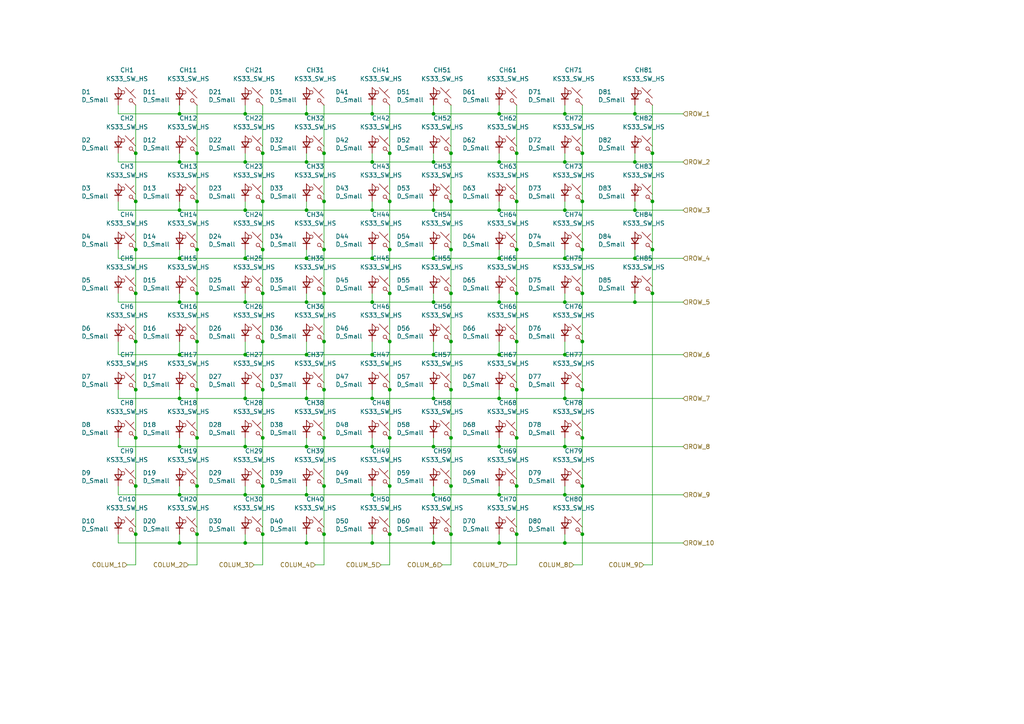
<source format=kicad_sch>
(kicad_sch (version 20250114) (generator "eeschema") (generator_version "9.0")
  (paper "A4")
  (junction (at 107.95 74.93))
  (junction (at 88.9 33.02))
  (junction (at 184.15 46.99))
  (junction (at 57.15 127))
  (junction (at 107.95 87.63))
  (junction (at 168.91 154.94))
  (junction (at 149.86 140.97))
  (junction (at 113.03 85.09))
  (junction (at 76.2 154.94))
  (junction (at 107.95 115.57))
  (junction (at 88.9 87.63))
  (junction (at 144.78 60.96))
  (junction (at 144.78 129.54))
  (junction (at 149.86 58.42))
  (junction (at 184.15 33.02))
  (junction (at 39.37 154.94))
  (junction (at 57.15 44.45))
  (junction (at 144.78 74.93))
  (junction (at 113.03 99.06))
  (junction (at 163.83 115.57))
  (junction (at 107.95 129.54))
  (junction (at 39.37 85.09))
  (junction (at 149.86 113.03))
  (junction (at 57.15 85.09))
  (junction (at 189.23 85.09))
  (junction (at 76.2 99.06))
  (junction (at 57.15 154.94))
  (junction (at 57.15 140.97))
  (junction (at 144.78 115.57))
  (junction (at 163.83 129.54))
  (junction (at 113.03 72.39))
  (junction (at 93.98 85.09))
  (junction (at 168.91 58.42))
  (junction (at 76.2 127))
  (junction (at 144.78 87.63))
  (junction (at 168.91 44.45))
  (junction (at 52.07 74.93))
  (junction (at 39.37 127))
  (junction (at 52.07 60.96))
  (junction (at 130.81 127))
  (junction (at 125.73 157.48))
  (junction (at 71.12 87.63))
  (junction (at 184.15 87.63))
  (junction (at 93.98 154.94))
  (junction (at 130.81 113.03))
  (junction (at 93.98 44.45))
  (junction (at 149.86 44.45))
  (junction (at 149.86 154.94))
  (junction (at 88.9 102.87))
  (junction (at 130.81 99.06))
  (junction (at 125.73 102.87))
  (junction (at 93.98 113.03))
  (junction (at 52.07 115.57))
  (junction (at 71.12 157.48))
  (junction (at 71.12 143.51))
  (junction (at 57.15 99.06))
  (junction (at 39.37 113.03))
  (junction (at 39.37 58.42))
  (junction (at 113.03 58.42))
  (junction (at 71.12 74.93))
  (junction (at 163.83 74.93))
  (junction (at 168.91 85.09))
  (junction (at 71.12 102.87))
  (junction (at 130.81 44.45))
  (junction (at 39.37 99.06))
  (junction (at 71.12 60.96))
  (junction (at 93.98 72.39))
  (junction (at 125.73 60.96))
  (junction (at 52.07 129.54))
  (junction (at 76.2 72.39))
  (junction (at 168.91 127))
  (junction (at 57.15 58.42))
  (junction (at 125.73 87.63))
  (junction (at 130.81 154.94))
  (junction (at 93.98 127))
  (junction (at 39.37 140.97))
  (junction (at 125.73 74.93))
  (junction (at 189.23 72.39))
  (junction (at 149.86 85.09))
  (junction (at 144.78 102.87))
  (junction (at 93.98 99.06))
  (junction (at 57.15 113.03))
  (junction (at 52.07 102.87))
  (junction (at 107.95 46.99))
  (junction (at 113.03 44.45))
  (junction (at 113.03 113.03))
  (junction (at 76.2 44.45))
  (junction (at 76.2 58.42))
  (junction (at 113.03 127))
  (junction (at 52.07 143.51))
  (junction (at 125.73 129.54))
  (junction (at 149.86 72.39))
  (junction (at 163.83 143.51))
  (junction (at 107.95 143.51))
  (junction (at 52.07 33.02))
  (junction (at 125.73 115.57))
  (junction (at 71.12 129.54))
  (junction (at 130.81 85.09))
  (junction (at 149.86 99.06))
  (junction (at 76.2 140.97))
  (junction (at 52.07 157.48))
  (junction (at 88.9 115.57))
  (junction (at 88.9 46.99))
  (junction (at 52.07 46.99))
  (junction (at 107.95 102.87))
  (junction (at 168.91 140.97))
  (junction (at 130.81 58.42))
  (junction (at 107.95 157.48))
  (junction (at 88.9 60.96))
  (junction (at 125.73 143.51))
  (junction (at 168.91 72.39))
  (junction (at 88.9 143.51))
  (junction (at 88.9 129.54))
  (junction (at 88.9 157.48))
  (junction (at 71.12 33.02))
  (junction (at 163.83 33.02))
  (junction (at 163.83 46.99))
  (junction (at 88.9 74.93))
  (junction (at 144.78 157.48))
  (junction (at 130.81 72.39))
  (junction (at 52.07 87.63))
  (junction (at 71.12 115.57))
  (junction (at 163.83 102.87))
  (junction (at 107.95 33.02))
  (junction (at 93.98 58.42))
  (junction (at 184.15 74.93))
  (junction (at 130.81 140.97))
  (junction (at 113.03 154.94))
  (junction (at 163.83 60.96))
  (junction (at 76.2 113.03))
  (junction (at 76.2 85.09))
  (junction (at 144.78 143.51))
  (junction (at 107.95 60.96))
  (junction (at 168.91 113.03))
  (junction (at 149.86 127))
  (junction (at 163.83 87.63))
  (junction (at 113.03 140.97))
  (junction (at 57.15 72.39))
  (junction (at 189.23 44.45))
  (junction (at 71.12 46.99))
  (junction (at 144.78 33.02))
  (junction (at 168.91 99.06))
  (junction (at 125.73 46.99))
  (junction (at 184.15 60.96))
  (junction (at 39.37 72.39))
  (junction (at 189.23 58.42))
  (junction (at 39.37 44.45))
  (junction (at 163.83 157.48))
  (junction (at 144.78 46.99))
  (junction (at 93.98 140.97))
  (junction (at 125.73 33.02))
  (wire (pts (xy 110.49 163.83) (xy 113.03 163.83)))
  (wire (pts (xy 71.12 154.94) (xy 71.12 157.48)))
  (wire (pts (xy 88.9 157.48) (xy 107.95 157.48)))
  (wire (pts (xy 76.2 85.09) (xy 76.2 99.06)))
  (wire (pts (xy 144.78 33.02) (xy 163.83 33.02)))
  (wire (pts (xy 34.29 129.54) (xy 52.07 129.54)))
  (wire (pts (xy 163.83 129.54) (xy 198.12 129.54)))
  (wire (pts (xy 113.03 140.97) (xy 113.03 154.94)))
  (wire (pts (xy 189.23 44.45) (xy 189.23 58.42)))
  (wire (pts (xy 39.37 58.42) (xy 39.37 72.39)))
  (wire (pts (xy 52.07 154.94) (xy 52.07 157.48)))
  (wire (pts (xy 125.73 30.48) (xy 125.73 33.02)))
  (wire (pts (xy 149.86 99.06) (xy 149.86 113.03)))
  (wire (pts (xy 144.78 115.57) (xy 163.83 115.57)))
  (wire (pts (xy 144.78 58.42) (xy 144.78 60.96)))
  (wire (pts (xy 144.78 143.51) (xy 163.83 143.51)))
  (wire (pts (xy 76.2 99.06) (xy 76.2 113.03)))
  (wire (pts (xy 125.73 127) (xy 125.73 129.54)))
  (wire (pts (xy 71.12 72.39) (xy 71.12 74.93)))
  (wire (pts (xy 93.98 58.42) (xy 93.98 72.39)))
  (wire (pts (xy 71.12 140.97) (xy 71.12 143.51)))
  (wire (pts (xy 52.07 85.09) (xy 52.07 87.63)))
  (wire (pts (xy 184.15 58.42) (xy 184.15 60.96)))
  (wire (pts (xy 163.83 143.51) (xy 198.12 143.51)))
  (wire (pts (xy 163.83 154.94) (xy 163.83 157.48)))
  (wire (pts (xy 107.95 154.94) (xy 107.95 157.48)))
  (wire (pts (xy 163.83 157.48) (xy 198.12 157.48)))
  (wire (pts (xy 113.03 99.06) (xy 113.03 113.03)))
  (wire (pts (xy 34.29 44.45) (xy 34.29 46.99)))
  (wire (pts (xy 144.78 44.45) (xy 144.78 46.99)))
  (wire (pts (xy 76.2 44.45) (xy 76.2 58.42)))
  (wire (pts (xy 107.95 129.54) (xy 125.73 129.54)))
  (wire (pts (xy 184.15 72.39) (xy 184.15 74.93)))
  (wire (pts (xy 113.03 58.42) (xy 113.03 72.39)))
  (wire (pts (xy 39.37 72.39) (xy 39.37 85.09)))
  (wire (pts (xy 52.07 72.39) (xy 52.07 74.93)))
  (wire (pts (xy 168.91 44.45) (xy 168.91 58.42)))
  (wire (pts (xy 52.07 74.93) (xy 71.12 74.93)))
  (wire (pts (xy 163.83 60.96) (xy 184.15 60.96)))
  (wire (pts (xy 113.03 30.48) (xy 113.03 44.45)))
  (wire (pts (xy 166.37 163.83) (xy 168.91 163.83)))
  (wire (pts (xy 130.81 113.03) (xy 130.81 127)))
  (wire (pts (xy 113.03 127) (xy 113.03 140.97)))
  (wire (pts (xy 34.29 30.48) (xy 34.29 33.02)))
  (wire (pts (xy 163.83 85.09) (xy 163.83 87.63)))
  (wire (pts (xy 184.15 60.96) (xy 198.12 60.96)))
  (wire (pts (xy 39.37 44.45) (xy 39.37 58.42)))
  (wire (pts (xy 163.83 30.48) (xy 163.83 33.02)))
  (wire (pts (xy 71.12 129.54) (xy 88.9 129.54)))
  (wire (pts (xy 88.9 33.02) (xy 107.95 33.02)))
  (wire (pts (xy 88.9 113.03) (xy 88.9 115.57)))
  (wire (pts (xy 107.95 99.06) (xy 107.95 102.87)))
  (wire (pts (xy 130.81 30.48) (xy 130.81 44.45)))
  (wire (pts (xy 130.81 72.39) (xy 130.81 85.09)))
  (wire (pts (xy 107.95 46.99) (xy 125.73 46.99)))
  (wire (pts (xy 57.15 30.48) (xy 57.15 44.45)))
  (wire (pts (xy 184.15 33.02) (xy 198.12 33.02)))
  (wire (pts (xy 52.07 44.45) (xy 52.07 46.99)))
  (wire (pts (xy 168.91 113.03) (xy 168.91 127)))
  (wire (pts (xy 125.73 99.06) (xy 125.73 102.87)))
  (wire (pts (xy 125.73 154.94) (xy 125.73 157.48)))
  (wire (pts (xy 107.95 58.42) (xy 107.95 60.96)))
  (wire (pts (xy 88.9 87.63) (xy 107.95 87.63)))
  (wire (pts (xy 144.78 46.99) (xy 163.83 46.99)))
  (wire (pts (xy 34.29 87.63) (xy 52.07 87.63)))
  (wire (pts (xy 147.32 163.83) (xy 149.86 163.83)))
  (wire (pts (xy 34.29 127) (xy 34.29 129.54)))
  (wire (pts (xy 163.83 33.02) (xy 184.15 33.02)))
  (wire (pts (xy 88.9 127) (xy 88.9 129.54)))
  (wire (pts (xy 107.95 143.51) (xy 125.73 143.51)))
  (wire (pts (xy 93.98 127) (xy 93.98 140.97)))
  (wire (pts (xy 163.83 46.99) (xy 184.15 46.99)))
  (wire (pts (xy 71.12 127) (xy 71.12 129.54)))
  (wire (pts (xy 168.91 72.39) (xy 168.91 85.09)))
  (wire (pts (xy 107.95 60.96) (xy 125.73 60.96)))
  (wire (pts (xy 57.15 85.09) (xy 57.15 99.06)))
  (wire (pts (xy 57.15 72.39) (xy 57.15 85.09)))
  (wire (pts (xy 163.83 58.42) (xy 163.83 60.96)))
  (wire (pts (xy 88.9 58.42) (xy 88.9 60.96)))
  (wire (pts (xy 34.29 85.09) (xy 34.29 87.63)))
  (wire (pts (xy 71.12 113.03) (xy 71.12 115.57)))
  (wire (pts (xy 125.73 58.42) (xy 125.73 60.96)))
  (wire (pts (xy 39.37 154.94) (xy 39.37 163.83)))
  (wire (pts (xy 52.07 99.06) (xy 52.07 102.87)))
  (wire (pts (xy 93.98 30.48) (xy 93.98 44.45)))
  (wire (pts (xy 107.95 115.57) (xy 125.73 115.57)))
  (wire (pts (xy 91.44 163.83) (xy 93.98 163.83)))
  (wire (pts (xy 57.15 58.42) (xy 57.15 72.39)))
  (wire (pts (xy 93.98 72.39) (xy 93.98 85.09)))
  (wire (pts (xy 34.29 102.87) (xy 52.07 102.87)))
  (wire (pts (xy 184.15 85.09) (xy 184.15 87.63)))
  (wire (pts (xy 71.12 87.63) (xy 88.9 87.63)))
  (wire (pts (xy 57.15 140.97) (xy 57.15 154.94)))
  (wire (pts (xy 76.2 140.97) (xy 76.2 154.94)))
  (wire (pts (xy 39.37 85.09) (xy 39.37 99.06)))
  (wire (pts (xy 163.83 74.93) (xy 184.15 74.93)))
  (wire (pts (xy 125.73 157.48) (xy 144.78 157.48)))
  (wire (pts (xy 107.95 33.02) (xy 125.73 33.02)))
  (wire (pts (xy 168.91 127) (xy 168.91 140.97)))
  (wire (pts (xy 144.78 72.39) (xy 144.78 74.93)))
  (wire (pts (xy 107.95 30.48) (xy 107.95 33.02)))
  (wire (pts (xy 184.15 74.93) (xy 198.12 74.93)))
  (wire (pts (xy 71.12 46.99) (xy 88.9 46.99)))
  (wire (pts (xy 39.37 30.48) (xy 39.37 44.45)))
  (wire (pts (xy 144.78 140.97) (xy 144.78 143.51)))
  (wire (pts (xy 88.9 154.94) (xy 88.9 157.48)))
  (wire (pts (xy 168.91 154.94) (xy 168.91 163.83)))
  (wire (pts (xy 93.98 154.94) (xy 93.98 163.83)))
  (wire (pts (xy 113.03 72.39) (xy 113.03 85.09)))
  (wire (pts (xy 130.81 127) (xy 130.81 140.97)))
  (wire (pts (xy 34.29 60.96) (xy 52.07 60.96)))
  (wire (pts (xy 52.07 115.57) (xy 71.12 115.57)))
  (wire (pts (xy 34.29 99.06) (xy 34.29 102.87)))
  (wire (pts (xy 149.86 113.03) (xy 149.86 127)))
  (wire (pts (xy 168.91 140.97) (xy 168.91 154.94)))
  (wire (pts (xy 34.29 74.93) (xy 52.07 74.93)))
  (wire (pts (xy 52.07 46.99) (xy 71.12 46.99)))
  (wire (pts (xy 184.15 44.45) (xy 184.15 46.99)))
  (wire (pts (xy 34.29 46.99) (xy 52.07 46.99)))
  (wire (pts (xy 34.29 113.03) (xy 34.29 115.57)))
  (wire (pts (xy 88.9 115.57) (xy 107.95 115.57)))
  (wire (pts (xy 125.73 74.93) (xy 144.78 74.93)))
  (wire (pts (xy 130.81 140.97) (xy 130.81 154.94)))
  (wire (pts (xy 189.23 85.09) (xy 189.23 163.83)))
  (wire (pts (xy 52.07 143.51) (xy 71.12 143.51)))
  (wire (pts (xy 52.07 33.02) (xy 71.12 33.02)))
  (wire (pts (xy 144.78 99.06) (xy 144.78 102.87)))
  (wire (pts (xy 52.07 113.03) (xy 52.07 115.57)))
  (wire (pts (xy 149.86 30.48) (xy 149.86 44.45)))
  (wire (pts (xy 130.81 44.45) (xy 130.81 58.42)))
  (wire (pts (xy 71.12 44.45) (xy 71.12 46.99)))
  (wire (pts (xy 144.78 129.54) (xy 163.83 129.54)))
  (wire (pts (xy 149.86 85.09) (xy 149.86 99.06)))
  (wire (pts (xy 128.27 163.83) (xy 130.81 163.83)))
  (wire (pts (xy 168.91 30.48) (xy 168.91 44.45)))
  (wire (pts (xy 71.12 33.02) (xy 88.9 33.02)))
  (wire (pts (xy 107.95 113.03) (xy 107.95 115.57)))
  (wire (pts (xy 163.83 87.63) (xy 184.15 87.63)))
  (wire (pts (xy 189.23 58.42) (xy 189.23 72.39)))
  (wire (pts (xy 149.86 140.97) (xy 149.86 154.94)))
  (wire (pts (xy 144.78 87.63) (xy 163.83 87.63)))
  (wire (pts (xy 34.29 33.02) (xy 52.07 33.02)))
  (wire (pts (xy 52.07 140.97) (xy 52.07 143.51)))
  (wire (pts (xy 163.83 44.45) (xy 163.83 46.99)))
  (wire (pts (xy 52.07 58.42) (xy 52.07 60.96)))
  (wire (pts (xy 34.29 143.51) (xy 52.07 143.51)))
  (wire (pts (xy 88.9 143.51) (xy 107.95 143.51)))
  (wire (pts (xy 76.2 154.94) (xy 76.2 163.83)))
  (wire (pts (xy 76.2 72.39) (xy 76.2 85.09)))
  (wire (pts (xy 163.83 102.87) (xy 198.12 102.87)))
  (wire (pts (xy 130.81 154.94) (xy 130.81 163.83)))
  (wire (pts (xy 88.9 46.99) (xy 107.95 46.99)))
  (wire (pts (xy 113.03 113.03) (xy 113.03 127)))
  (wire (pts (xy 184.15 87.63) (xy 198.12 87.63)))
  (wire (pts (xy 52.07 127) (xy 52.07 129.54)))
  (wire (pts (xy 57.15 44.45) (xy 57.15 58.42)))
  (wire (pts (xy 52.07 129.54) (xy 71.12 129.54)))
  (wire (pts (xy 125.73 87.63) (xy 144.78 87.63)))
  (wire (pts (xy 107.95 102.87) (xy 125.73 102.87)))
  (wire (pts (xy 88.9 129.54) (xy 107.95 129.54)))
  (wire (pts (xy 76.2 127) (xy 76.2 140.97)))
  (wire (pts (xy 130.81 85.09) (xy 130.81 99.06)))
  (wire (pts (xy 88.9 60.96) (xy 107.95 60.96)))
  (wire (pts (xy 88.9 99.06) (xy 88.9 102.87)))
  (wire (pts (xy 93.98 140.97) (xy 93.98 154.94)))
  (wire (pts (xy 39.37 99.06) (xy 39.37 113.03)))
  (wire (pts (xy 163.83 115.57) (xy 198.12 115.57)))
  (wire (pts (xy 34.29 140.97) (xy 34.29 143.51)))
  (wire (pts (xy 71.12 143.51) (xy 88.9 143.51)))
  (wire (pts (xy 125.73 129.54) (xy 144.78 129.54)))
  (wire (pts (xy 144.78 157.48) (xy 163.83 157.48)))
  (wire (pts (xy 149.86 72.39) (xy 149.86 85.09)))
  (wire (pts (xy 144.78 113.03) (xy 144.78 115.57)))
  (wire (pts (xy 34.29 157.48) (xy 52.07 157.48)))
  (wire (pts (xy 39.37 140.97) (xy 39.37 154.94)))
  (wire (pts (xy 163.83 113.03) (xy 163.83 115.57)))
  (wire (pts (xy 93.98 44.45) (xy 93.98 58.42)))
  (wire (pts (xy 73.66 163.83) (xy 76.2 163.83)))
  (wire (pts (xy 125.73 102.87) (xy 144.78 102.87)))
  (wire (pts (xy 144.78 85.09) (xy 144.78 87.63)))
  (wire (pts (xy 57.15 99.06) (xy 57.15 113.03)))
  (wire (pts (xy 93.98 113.03) (xy 93.98 127)))
  (wire (pts (xy 39.37 127) (xy 39.37 140.97)))
  (wire (pts (xy 168.91 85.09) (xy 168.91 99.06)))
  (wire (pts (xy 71.12 60.96) (xy 88.9 60.96)))
  (wire (pts (xy 107.95 44.45) (xy 107.95 46.99)))
  (wire (pts (xy 113.03 85.09) (xy 113.03 99.06)))
  (wire (pts (xy 144.78 127) (xy 144.78 129.54)))
  (wire (pts (xy 107.95 87.63) (xy 125.73 87.63)))
  (wire (pts (xy 125.73 60.96) (xy 144.78 60.96)))
  (wire (pts (xy 130.81 99.06) (xy 130.81 113.03)))
  (wire (pts (xy 34.29 58.42) (xy 34.29 60.96)))
  (wire (pts (xy 144.78 30.48) (xy 144.78 33.02)))
  (wire (pts (xy 76.2 58.42) (xy 76.2 72.39)))
  (wire (pts (xy 71.12 102.87) (xy 88.9 102.87)))
  (wire (pts (xy 88.9 72.39) (xy 88.9 74.93)))
  (wire (pts (xy 88.9 102.87) (xy 107.95 102.87)))
  (wire (pts (xy 52.07 157.48) (xy 71.12 157.48)))
  (wire (pts (xy 71.12 115.57) (xy 88.9 115.57)))
  (wire (pts (xy 52.07 60.96) (xy 71.12 60.96)))
  (wire (pts (xy 52.07 30.48) (xy 52.07 33.02)))
  (wire (pts (xy 163.83 72.39) (xy 163.83 74.93)))
  (wire (pts (xy 107.95 127) (xy 107.95 129.54)))
  (wire (pts (xy 88.9 85.09) (xy 88.9 87.63)))
  (wire (pts (xy 189.23 30.48) (xy 189.23 44.45)))
  (wire (pts (xy 144.78 60.96) (xy 163.83 60.96)))
  (wire (pts (xy 88.9 74.93) (xy 107.95 74.93)))
  (wire (pts (xy 52.07 102.87) (xy 71.12 102.87)))
  (wire (pts (xy 57.15 154.94) (xy 57.15 163.83)))
  (wire (pts (xy 71.12 74.93) (xy 88.9 74.93)))
  (wire (pts (xy 52.07 87.63) (xy 71.12 87.63)))
  (wire (pts (xy 39.37 113.03) (xy 39.37 127)))
  (wire (pts (xy 71.12 30.48) (xy 71.12 33.02)))
  (wire (pts (xy 149.86 127) (xy 149.86 140.97)))
  (wire (pts (xy 107.95 140.97) (xy 107.95 143.51)))
  (wire (pts (xy 144.78 74.93) (xy 163.83 74.93)))
  (wire (pts (xy 36.83 163.83) (xy 39.37 163.83)))
  (wire (pts (xy 57.15 113.03) (xy 57.15 127)))
  (wire (pts (xy 163.83 99.06) (xy 163.83 102.87)))
  (wire (pts (xy 163.83 140.97) (xy 163.83 143.51)))
  (wire (pts (xy 34.29 115.57) (xy 52.07 115.57)))
  (wire (pts (xy 54.61 163.83) (xy 57.15 163.83)))
  (wire (pts (xy 125.73 115.57) (xy 144.78 115.57)))
  (wire (pts (xy 107.95 157.48) (xy 125.73 157.48)))
  (wire (pts (xy 113.03 154.94) (xy 113.03 163.83)))
  (wire (pts (xy 107.95 85.09) (xy 107.95 87.63)))
  (wire (pts (xy 107.95 72.39) (xy 107.95 74.93)))
  (wire (pts (xy 168.91 99.06) (xy 168.91 113.03)))
  (wire (pts (xy 93.98 85.09) (xy 93.98 99.06)))
  (wire (pts (xy 57.15 127) (xy 57.15 140.97)))
  (wire (pts (xy 125.73 113.03) (xy 125.73 115.57)))
  (wire (pts (xy 76.2 30.48) (xy 76.2 44.45)))
  (wire (pts (xy 71.12 99.06) (xy 71.12 102.87)))
  (wire (pts (xy 113.03 44.45) (xy 113.03 58.42)))
  (wire (pts (xy 107.95 74.93) (xy 125.73 74.93)))
  (wire (pts (xy 125.73 44.45) (xy 125.73 46.99)))
  (wire (pts (xy 130.81 58.42) (xy 130.81 72.39)))
  (wire (pts (xy 71.12 85.09) (xy 71.12 87.63)))
  (wire (pts (xy 88.9 140.97) (xy 88.9 143.51)))
  (wire (pts (xy 76.2 113.03) (xy 76.2 127)))
  (wire (pts (xy 168.91 58.42) (xy 168.91 72.39)))
  (wire (pts (xy 125.73 140.97) (xy 125.73 143.51)))
  (wire (pts (xy 163.83 127) (xy 163.83 129.54)))
  (wire (pts (xy 34.29 154.94) (xy 34.29 157.48)))
  (wire (pts (xy 184.15 30.48) (xy 184.15 33.02)))
  (wire (pts (xy 71.12 58.42) (xy 71.12 60.96)))
  (wire (pts (xy 125.73 33.02) (xy 144.78 33.02)))
  (wire (pts (xy 144.78 154.94) (xy 144.78 157.48)))
  (wire (pts (xy 189.23 72.39) (xy 189.23 85.09)))
  (wire (pts (xy 125.73 72.39) (xy 125.73 74.93)))
  (wire (pts (xy 144.78 102.87) (xy 163.83 102.87)))
  (wire (pts (xy 88.9 30.48) (xy 88.9 33.02)))
  (wire (pts (xy 149.86 44.45) (xy 149.86 58.42)))
  (wire (pts (xy 184.15 46.99) (xy 198.12 46.99)))
  (wire (pts (xy 189.23 163.83) (xy 186.69 163.83)))
  (wire (pts (xy 71.12 157.48) (xy 88.9 157.48)))
  (wire (pts (xy 149.86 154.94) (xy 149.86 163.83)))
  (wire (pts (xy 93.98 99.06) (xy 93.98 113.03)))
  (wire (pts (xy 125.73 85.09) (xy 125.73 87.63)))
  (wire (pts (xy 88.9 44.45) (xy 88.9 46.99)))
  (wire (pts (xy 149.86 58.42) (xy 149.86 72.39)))
  (wire (pts (xy 125.73 46.99) (xy 144.78 46.99)))
  (wire (pts (xy 34.29 72.39) (xy 34.29 74.93)))
  (wire (pts (xy 125.73 143.51) (xy 144.78 143.51)))
  (hierarchical_label "ROW_2" (shape input) (at 198.12 46.99 0))
  (hierarchical_label "COLUM_9" (shape input) (at 186.69 163.83 180))
  (hierarchical_label "COLUM_2" (shape input) (at 54.61 163.83 180))
  (hierarchical_label "ROW_10" (shape input) (at 198.12 157.48 0))
  (hierarchical_label "COLUM_1" (shape input) (at 36.83 163.83 180))
  (hierarchical_label "COLUM_6" (shape input) (at 128.27 163.83 180))
  (hierarchical_label "COLUM_8" (shape input) (at 166.37 163.83 180))
  (hierarchical_label "ROW_8" (shape input) (at 198.12 129.54 0))
  (hierarchical_label "ROW_3" (shape input) (at 198.12 60.96 0))
  (hierarchical_label "ROW_6" (shape input) (at 198.12 102.87 0))
  (hierarchical_label "COLUM_7" (shape input) (at 147.32 163.83 180))
  (hierarchical_label "COLUM_3" (shape input) (at 73.66 163.83 180))
  (hierarchical_label "ROW_7" (shape input) (at 198.12 115.57 0))
  (hierarchical_label "ROW_5" (shape input) (at 198.12 87.63 0))
  (hierarchical_label "ROW_4" (shape input) (at 198.12 74.93 0))
  (hierarchical_label "ROW_1" (shape input) (at 198.12 33.02 0))
  (hierarchical_label "ROW_9" (shape input) (at 198.12 143.51 0))
  (hierarchical_label "COLUM_4" (shape input) (at 91.44 163.83 180))
  (hierarchical_label "COLUM_5" (shape input) (at 110.49 163.83 180))
  (symbol (lib_id "Device:D_Small") (at 144.78 96.52 90) (unit 1)
    (property "Reference" "D66" (at 134.112 95.25 90) (effects (justify right)))
    (property "Value" "D_Small" (at 134.112 97.536 90) (effects (justify right)))
    (property "Footprint" "Diode_THT:D_DO-35_SOD27_P7.62mm_Horizontal" (effects (hide yes)))
    (property "Description" "Diode, small symbol" (effects (hide yes)))
    (property "Sim.Device" "D" (effects (hide yes)))
    (property "Sim.Pins" "1=K 2=A" (effects (hide yes)))
  )
  (symbol (lib_id "Device:D_Small") (at 163.83 41.91 90) (unit 1)
    (property "Reference" "D72" (at 153.162 40.64 90) (effects (justify right)))
    (property "Value" "D_Small" (at 153.162 42.926 90) (effects (justify right)))
    (property "Footprint" "Diode_THT:D_DO-35_SOD27_P7.62mm_Horizontal" (effects (hide yes)))
    (property "Description" "Diode, small symbol" (effects (hide yes)))
    (property "Sim.Device" "D" (effects (hide yes)))
    (property "Sim.Pins" "1=K 2=A" (effects (hide yes)))
  )
  (symbol (lib_id "PCM_marbastlib-gateron_lp:KS33_SW_HS_KS-2P02B01-02") (at 110.49 55.88 0) (unit 1)
    (property "Reference" "CH43" (at 110.49 48.26 0))
    (property "Value" "KS33_SW_HS" (at 110.49 50.8 0))
    (property "Footprint" "PCM_marbastlib-xp-gateron_lp:SW_KS33_HS_KS-2P02B01-02_HS_1u" (effects (hide yes)))
    (property "Description" "Push button switch, normally open, two pins, 45° tilted" (effects (hide yes)))
  )
  (symbol (lib_id "PCM_marbastlib-gateron_lp:KS33_SW_HS_KS-2P02B01-02") (at 36.83 96.52 0) (unit 1)
    (property "Reference" "CH6" (at 36.83 88.9 0))
    (property "Value" "KS33_SW_HS" (at 36.83 91.44 0))
    (property "Footprint" "PCM_marbastlib-xp-gateron_lp:SW_KS33_HS_KS-2P02B01-02_1.25u" (effects (hide yes)))
    (property "Description" "Push button switch, normally open, two pins, 45° tilted" (effects (hide yes)))
  )
  (symbol (lib_id "PCM_marbastlib-gateron_lp:KS33_SW_HS_KS-2P02B01-02") (at 110.49 41.91 0) (unit 1)
    (property "Reference" "CH42" (at 110.49 34.29 0))
    (property "Value" "KS33_SW_HS" (at 110.49 36.83 0))
    (property "Footprint" "PCM_marbastlib-xp-gateron_lp:SW_KS33_HS_KS-2P02B01-02_HS_1u" (effects (hide yes)))
    (property "Description" "Push button switch, normally open, two pins, 45° tilted" (effects (hide yes)))
  )
  (symbol (lib_id "Device:D_Small") (at 144.78 69.85 90) (unit 1)
    (property "Reference" "D64" (at 134.112 68.58 90) (effects (justify right)))
    (property "Value" "D_Small" (at 134.112 70.866 90) (effects (justify right)))
    (property "Footprint" "Diode_THT:D_DO-35_SOD27_P7.62mm_Horizontal" (effects (hide yes)))
    (property "Description" "Diode, small symbol" (effects (hide yes)))
    (property "Sim.Device" "D" (effects (hide yes)))
    (property "Sim.Pins" "1=K 2=A" (effects (hide yes)))
  )
  (symbol (lib_id "Device:D_Small") (at 107.95 96.52 90) (unit 1)
    (property "Reference" "D46" (at 97.282 95.25 90) (effects (justify right)))
    (property "Value" "D_Small" (at 97.282 97.536 90) (effects (justify right)))
    (property "Footprint" "Diode_THT:D_DO-35_SOD27_P7.62mm_Horizontal" (effects (hide yes)))
    (property "Description" "Diode, small symbol" (effects (hide yes)))
    (property "Sim.Device" "D" (effects (hide yes)))
    (property "Sim.Pins" "1=K 2=A" (effects (hide yes)))
  )
  (symbol (lib_id "Device:D_Small") (at 34.29 69.85 90) (unit 1)
    (property "Reference" "D4" (at 23.622 68.58 90) (effects (justify right)))
    (property "Value" "D_Small" (at 23.622 70.866 90) (effects (justify right)))
    (property "Footprint" "Diode_THT:D_DO-35_SOD27_P7.62mm_Horizontal" (effects (hide yes)))
    (property "Description" "Diode, small symbol" (effects (hide yes)))
    (property "Sim.Device" "D" (effects (hide yes)))
    (property "Sim.Pins" "1=K 2=A" (effects (hide yes)))
  )
  (symbol (lib_id "Device:D_Small") (at 125.73 27.94 90) (unit 1)
    (property "Reference" "D51" (at 115.062 26.67 90) (effects (justify right)))
    (property "Value" "D_Small" (at 115.062 28.956 90) (effects (justify right)))
    (property "Footprint" "Diode_THT:D_DO-35_SOD27_P7.62mm_Horizontal" (effects (hide yes)))
    (property "Description" "Diode, small symbol" (effects (hide yes)))
    (property "Sim.Device" "D" (effects (hide yes)))
    (property "Sim.Pins" "1=K 2=A" (effects (hide yes)))
  )
  (symbol (lib_id "Device:D_Small") (at 184.15 82.55 90) (unit 1)
    (property "Reference" "D85" (at 173.482 81.28 90) (effects (justify right)))
    (property "Value" "D_Small" (at 173.482 83.566 90) (effects (justify right)))
    (property "Footprint" "Diode_THT:D_DO-35_SOD27_P7.62mm_Horizontal" (effects (hide yes)))
    (property "Description" "Diode, small symbol" (effects (hide yes)))
    (property "Sim.Device" "D" (effects (hide yes)))
    (property "Sim.Pins" "1=K 2=A" (effects (hide yes)))
  )
  (symbol (lib_id "Device:D_Small") (at 125.73 138.43 90) (unit 1)
    (property "Reference" "D59" (at 115.062 137.16 90) (effects (justify right)))
    (property "Value" "D_Small" (at 115.062 139.446 90) (effects (justify right)))
    (property "Footprint" "Diode_THT:D_DO-35_SOD27_P7.62mm_Horizontal" (effects (hide yes)))
    (property "Description" "Diode, small symbol" (effects (hide yes)))
    (property "Sim.Device" "D" (effects (hide yes)))
    (property "Sim.Pins" "1=K 2=A" (effects (hide yes)))
  )
  (symbol (lib_id "PCM_marbastlib-gateron_lp:KS33_SW_HS_KS-2P02B01-02") (at 186.69 55.88 0) (unit 1)
    (property "Reference" "CH83" (at 186.69 48.26 0))
    (property "Value" "KS33_SW_HS" (at 186.69 50.8 0))
    (property "Footprint" "PCM_marbastlib-xp-gateron_lp:SW_KS33_HS_KS-2P02B01-02_HS_1u" (effects (hide yes)))
    (property "Description" "Push button switch, normally open, two pins, 45° tilted" (effects (hide yes)))
  )
  (symbol (lib_id "PCM_marbastlib-gateron_lp:KS33_SW_HS_KS-2P02B01-02") (at 166.37 82.55 0) (unit 1)
    (property "Reference" "CH75" (at 166.37 74.93 0))
    (property "Value" "KS33_SW_HS" (at 166.37 77.47 0))
    (property "Footprint" "PCM_marbastlib-xp-gateron_lp:SW_KS33_HS_KS-2P02B01-02_HS_1u" (effects (hide yes)))
    (property "Description" "Push button switch, normally open, two pins, 45° tilted" (effects (hide yes)))
  )
  (symbol (lib_id "PCM_marbastlib-gateron_lp:KS33_SW_HS_KS-2P02B01-02") (at 91.44 69.85 0) (unit 1)
    (property "Reference" "CH34" (at 91.44 62.23 0))
    (property "Value" "KS33_SW_HS" (at 91.44 64.77 0))
    (property "Footprint" "PCM_marbastlib-xp-gateron_lp:SW_KS33_HS_KS-2P02B01-02_HS_1u" (effects (hide yes)))
    (property "Description" "Push button switch, normally open, two pins, 45° tilted" (effects (hide yes)))
  )
  (symbol (lib_id "PCM_marbastlib-gateron_lp:KS33_SW_HS_KS-2P02B01-02") (at 147.32 138.43 0) (unit 1)
    (property "Reference" "CH69" (at 147.32 130.81 0))
    (property "Value" "KS33_SW_HS" (at 147.32 133.35 0))
    (property "Footprint" "PCM_marbastlib-xp-gateron_lp:SW_KS33_HS_KS-2P02B01-02_1.25u" (effects (hide yes)))
    (property "Description" "Push button switch, normally open, two pins, 45° tilted" (effects (hide yes)))
  )
  (symbol (lib_id "PCM_marbastlib-gateron_lp:KS33_SW_HS_KS-2P02B01-02") (at 128.27 27.94 0) (unit 1)
    (property "Reference" "CH51" (at 128.27 20.32 0))
    (property "Value" "KS33_SW_HS" (at 128.27 22.86 0))
    (property "Footprint" "PCM_marbastlib-xp-gateron_lp:SW_KS33_HS_KS-2P02B01-02_HS_1u" (effects (hide yes)))
    (property "Description" "Push button switch, normally open, two pins, 45° tilted" (effects (hide yes)))
  )
  (symbol (lib_id "PCM_marbastlib-gateron_lp:KS33_SW_HS_KS-2P02B01-02") (at 54.61 41.91 0) (unit 1)
    (property "Reference" "CH12" (at 54.61 34.29 0))
    (property "Value" "KS33_SW_HS" (at 54.61 36.83 0))
    (property "Footprint" "PCM_marbastlib-xp-gateron_lp:SW_KS33_HS_KS-2P02B01-02_HS_1u" (effects (hide yes)))
    (property "Description" "Push button switch, normally open, two pins, 45° tilted" (effects (hide yes)))
  )
  (symbol (lib_id "Device:D_Small") (at 107.95 110.49 90) (unit 1)
    (property "Reference" "D47" (at 97.282 109.22 90) (effects (justify right)))
    (property "Value" "D_Small" (at 97.282 111.506 90) (effects (justify right)))
    (property "Footprint" "Diode_THT:D_DO-35_SOD27_P7.62mm_Horizontal" (effects (hide yes)))
    (property "Description" "Diode, small symbol" (effects (hide yes)))
    (property "Sim.Device" "D" (effects (hide yes)))
    (property "Sim.Pins" "1=K 2=A" (effects (hide yes)))
  )
  (symbol (lib_id "PCM_marbastlib-gateron_lp:KS33_SW_HS_KS-2P02B01-02") (at 166.37 27.94 0) (unit 1)
    (property "Reference" "CH71" (at 166.37 20.32 0))
    (property "Value" "KS33_SW_HS" (at 166.37 22.86 0))
    (property "Footprint" "PCM_marbastlib-xp-gateron_lp:SW_KS33_HS_KS-2P02B01-02_1.25u" (effects (hide yes)))
    (property "Description" "Push button switch, normally open, two pins, 45° tilted" (effects (hide yes)))
  )
  (symbol (lib_id "Device:D_Small") (at 107.95 69.85 90) (unit 1)
    (property "Reference" "D44" (at 97.282 68.58 90) (effects (justify right)))
    (property "Value" "D_Small" (at 97.282 70.866 90) (effects (justify right)))
    (property "Footprint" "Diode_THT:D_DO-35_SOD27_P7.62mm_Horizontal" (effects (hide yes)))
    (property "Description" "Diode, small symbol" (effects (hide yes)))
    (property "Sim.Device" "D" (effects (hide yes)))
    (property "Sim.Pins" "1=K 2=A" (effects (hide yes)))
  )
  (symbol (lib_id "PCM_marbastlib-gateron_lp:KS33_SW_HS_KS-2P02B01-02") (at 36.83 69.85 0) (unit 1)
    (property "Reference" "CH4" (at 36.83 62.23 0))
    (property "Value" "KS33_SW_HS" (at 36.83 64.77 0))
    (property "Footprint" "PCM_marbastlib-xp-gateron_lp:SW_KS33_HS_KS-2P02B01-02_1.75u" (effects (hide yes)))
    (property "Description" "Push button switch, normally open, two pins, 45° tilted" (effects (hide yes)))
  )
  (symbol (lib_id "Device:D_Small") (at 125.73 55.88 90) (unit 1)
    (property "Reference" "D53" (at 115.062 54.61 90) (effects (justify right)))
    (property "Value" "D_Small" (at 115.062 56.896 90) (effects (justify right)))
    (property "Footprint" "Diode_THT:D_DO-35_SOD27_P7.62mm_Horizontal" (effects (hide yes)))
    (property "Description" "Diode, small symbol" (effects (hide yes)))
    (property "Sim.Device" "D" (effects (hide yes)))
    (property "Sim.Pins" "1=K 2=A" (effects (hide yes)))
  )
  (symbol (lib_id "PCM_marbastlib-gateron_lp:KS33_SW_HS_KS-2P02B01-02") (at 54.61 69.85 0) (unit 1)
    (property "Reference" "CH14" (at 54.61 62.23 0))
    (property "Value" "KS33_SW_HS" (at 54.61 64.77 0))
    (property "Footprint" "PCM_marbastlib-xp-gateron_lp:SW_KS33_HS_KS-2P02B01-02_HS_1u" (effects (hide yes)))
    (property "Description" "Push button switch, normally open, two pins, 45° tilted" (effects (hide yes)))
  )
  (symbol (lib_id "PCM_marbastlib-gateron_lp:KS33_SW_HS_KS-2P02B01-02") (at 91.44 110.49 0) (unit 1)
    (property "Reference" "CH37" (at 91.44 102.87 0))
    (property "Value" "KS33_SW_HS" (at 91.44 105.41 0))
    (property "Footprint" "PCM_marbastlib-xp-gateron_lp:SW_KS33_HS_KS-2P02B01-02_HS_1u" (effects (hide yes)))
    (property "Description" "Push button switch, normally open, two pins, 45° tilted" (effects (hide yes)))
  )
  (symbol (lib_id "Device:D_Small") (at 52.07 138.43 90) (unit 1)
    (property "Reference" "D19" (at 41.402 137.16 90) (effects (justify right)))
    (property "Value" "D_Small" (at 41.402 139.446 90) (effects (justify right)))
    (property "Footprint" "Diode_THT:D_DO-35_SOD27_P7.62mm_Horizontal" (effects (hide yes)))
    (property "Description" "Diode, small symbol" (effects (hide yes)))
    (property "Sim.Device" "D" (effects (hide yes)))
    (property "Sim.Pins" "1=K 2=A" (effects (hide yes)))
  )
  (symbol (lib_id "Device:D_Small") (at 107.95 55.88 90) (unit 1)
    (property "Reference" "D43" (at 97.282 54.61 90) (effects (justify right)))
    (property "Value" "D_Small" (at 97.282 56.896 90) (effects (justify right)))
    (property "Footprint" "Diode_THT:D_DO-35_SOD27_P7.62mm_Horizontal" (effects (hide yes)))
    (property "Description" "Diode, small symbol" (effects (hide yes)))
    (property "Sim.Device" "D" (effects (hide yes)))
    (property "Sim.Pins" "1=K 2=A" (effects (hide yes)))
  )
  (symbol (lib_id "PCM_marbastlib-gateron_lp:KS33_SW_HS_KS-2P02B01-02") (at 36.83 55.88 0) (unit 1)
    (property "Reference" "CH3" (at 36.83 48.26 0))
    (property "Value" "KS33_SW_HS" (at 36.83 50.8 0))
    (property "Footprint" "PCM_marbastlib-xp-gateron_lp:SW_KS33_HS_KS-2P02B01-02_1.5u" (effects (hide yes)))
    (property "Description" "Push button switch, normally open, two pins, 45° tilted" (effects (hide yes)))
  )
  (symbol (lib_id "Device:D_Small") (at 88.9 152.4 90) (unit 1)
    (property "Reference" "D40" (at 78.232 151.13 90) (effects (justify right)))
    (property "Value" "D_Small" (at 78.232 153.416 90) (effects (justify right)))
    (property "Footprint" "Diode_THT:D_DO-35_SOD27_P7.62mm_Horizontal" (effects (hide yes)))
    (property "Description" "Diode, small symbol" (effects (hide yes)))
    (property "Sim.Device" "D" (effects (hide yes)))
    (property "Sim.Pins" "1=K 2=A" (effects (hide yes)))
  )
  (symbol (lib_id "Device:D_Small") (at 144.78 55.88 90) (unit 1)
    (property "Reference" "D63" (at 134.112 54.61 90) (effects (justify right)))
    (property "Value" "D_Small" (at 134.112 56.896 90) (effects (justify right)))
    (property "Footprint" "Diode_THT:D_DO-35_SOD27_P7.62mm_Horizontal" (effects (hide yes)))
    (property "Description" "Diode, small symbol" (effects (hide yes)))
    (property "Sim.Device" "D" (effects (hide yes)))
    (property "Sim.Pins" "1=K 2=A" (effects (hide yes)))
  )
  (symbol (lib_id "PCM_marbastlib-gateron_lp:KS33_SW_HS_KS-2P02B01-02") (at 91.44 138.43 0) (unit 1)
    (property "Reference" "CH39" (at 91.44 130.81 0))
    (property "Value" "KS33_SW_HS" (at 91.44 133.35 0))
    (property "Footprint" "PCM_marbastlib-xp-gateron_lp:SW_KS33_HS_KS-2P02B01-02_HS_1u" (effects (hide yes)))
    (property "Description" "Push button switch, normally open, two pins, 45° tilted" (effects (hide yes)))
  )
  (symbol (lib_id "Device:D_Small") (at 125.73 69.85 90) (unit 1)
    (property "Reference" "D54" (at 115.062 68.58 90) (effects (justify right)))
    (property "Value" "D_Small" (at 115.062 70.866 90) (effects (justify right)))
    (property "Footprint" "Diode_THT:D_DO-35_SOD27_P7.62mm_Horizontal" (effects (hide yes)))
    (property "Description" "Diode, small symbol" (effects (hide yes)))
    (property "Sim.Device" "D" (effects (hide yes)))
    (property "Sim.Pins" "1=K 2=A" (effects (hide yes)))
  )
  (symbol (lib_id "Device:D_Small") (at 52.07 55.88 90) (unit 1)
    (property "Reference" "D13" (at 41.402 54.61 90) (effects (justify right)))
    (property "Value" "D_Small" (at 41.402 56.896 90) (effects (justify right)))
    (property "Footprint" "Diode_THT:D_DO-35_SOD27_P7.62mm_Horizontal" (effects (hide yes)))
    (property "Description" "Diode, small symbol" (effects (hide yes)))
    (property "Sim.Device" "D" (effects (hide yes)))
    (property "Sim.Pins" "1=K 2=A" (effects (hide yes)))
  )
  (symbol (lib_id "PCM_marbastlib-gateron_lp:KS33_SW_HS_KS-2P02B01-02") (at 91.44 152.4 0) (unit 1)
    (property "Reference" "CH40" (at 91.44 144.78 0))
    (property "Value" "KS33_SW_HS" (at 91.44 147.32 0))
    (property "Footprint" "PCM_marbastlib-xp-gateron_lp:SW_KS33_HS_KS-2P02B01-02_HS_1u" (effects (hide yes)))
    (property "Description" "Push button switch, normally open, two pins, 45° tilted" (effects (hide yes)))
  )
  (symbol (lib_id "Device:D_Small") (at 88.9 138.43 90) (unit 1)
    (property "Reference" "D39" (at 78.232 137.16 90) (effects (justify right)))
    (property "Value" "D_Small" (at 78.232 139.446 90) (effects (justify right)))
    (property "Footprint" "Diode_THT:D_DO-35_SOD27_P7.62mm_Horizontal" (effects (hide yes)))
    (property "Description" "Diode, small symbol" (effects (hide yes)))
    (property "Sim.Device" "D" (effects (hide yes)))
    (property "Sim.Pins" "1=K 2=A" (effects (hide yes)))
  )
  (symbol (lib_id "Device:D_Small") (at 34.29 96.52 90) (unit 1)
    (property "Reference" "D6" (at 23.622 95.25 90) (effects (justify right)))
    (property "Value" "D_Small" (at 23.622 97.536 90) (effects (justify right)))
    (property "Footprint" "Diode_THT:D_DO-35_SOD27_P7.62mm_Horizontal" (effects (hide yes)))
    (property "Description" "Diode, small symbol" (effects (hide yes)))
    (property "Sim.Device" "D" (effects (hide yes)))
    (property "Sim.Pins" "1=K 2=A" (effects (hide yes)))
  )
  (symbol (lib_id "PCM_marbastlib-gateron_lp:KS33_SW_HS_KS-2P02B01-02") (at 73.66 27.94 0) (unit 1)
    (property "Reference" "CH21" (at 73.66 20.32 0))
    (property "Value" "KS33_SW_HS" (at 73.66 22.86 0))
    (property "Footprint" "PCM_marbastlib-xp-gateron_lp:SW_KS33_HS_KS-2P02B01-02_HS_1u" (effects (hide yes)))
    (property "Description" "Push button switch, normally open, two pins, 45° tilted" (effects (hide yes)))
  )
  (symbol (lib_id "Device:D_Small") (at 163.83 138.43 90) (unit 1)
    (property "Reference" "D79" (at 153.162 137.16 90) (effects (justify right)))
    (property "Value" "D_Small" (at 153.162 139.446 90) (effects (justify right)))
    (property "Footprint" "Diode_THT:D_DO-35_SOD27_P7.62mm_Horizontal" (effects (hide yes)))
    (property "Description" "Diode, small symbol" (effects (hide yes)))
    (property "Sim.Device" "D" (effects (hide yes)))
    (property "Sim.Pins" "1=K 2=A" (effects (hide yes)))
  )
  (symbol (lib_id "PCM_marbastlib-gateron_lp:KS33_SW_HS_KS-2P02B01-02") (at 147.32 41.91 0) (unit 1)
    (property "Reference" "CH62" (at 147.32 34.29 0))
    (property "Value" "KS33_SW_HS" (at 147.32 36.83 0))
    (property "Footprint" "PCM_marbastlib-xp-gateron_lp:SW_KS33_HS_KS-2P02B01-02_HS_1u" (effects (hide yes)))
    (property "Description" "Push button switch, normally open, two pins, 45° tilted" (effects (hide yes)))
  )
  (symbol (lib_id "Device:D_Small") (at 71.12 69.85 90) (unit 1)
    (property "Reference" "D24" (at 60.452 68.58 90) (effects (justify right)))
    (property "Value" "D_Small" (at 60.452 70.866 90) (effects (justify right)))
    (property "Footprint" "Diode_THT:D_DO-35_SOD27_P7.62mm_Horizontal" (effects (hide yes)))
    (property "Description" "Diode, small symbol" (effects (hide yes)))
    (property "Sim.Device" "D" (effects (hide yes)))
    (property "Sim.Pins" "1=K 2=A" (effects (hide yes)))
  )
  (symbol (lib_id "Device:D_Small") (at 144.78 82.55 90) (unit 1)
    (property "Reference" "D65" (at 134.112 81.28 90) (effects (justify right)))
    (property "Value" "D_Small" (at 134.112 83.566 90) (effects (justify right)))
    (property "Footprint" "Diode_THT:D_DO-35_SOD27_P7.62mm_Horizontal" (effects (hide yes)))
    (property "Description" "Diode, small symbol" (effects (hide yes)))
    (property "Sim.Device" "D" (effects (hide yes)))
    (property "Sim.Pins" "1=K 2=A" (effects (hide yes)))
  )
  (symbol (lib_id "Device:D_Small") (at 88.9 69.85 90) (unit 1)
    (property "Reference" "D34" (at 78.232 68.58 90) (effects (justify right)))
    (property "Value" "D_Small" (at 78.232 70.866 90) (effects (justify right)))
    (property "Footprint" "Diode_THT:D_DO-35_SOD27_P7.62mm_Horizontal" (effects (hide yes)))
    (property "Description" "Diode, small symbol" (effects (hide yes)))
    (property "Sim.Device" "D" (effects (hide yes)))
    (property "Sim.Pins" "1=K 2=A" (effects (hide yes)))
  )
  (symbol (lib_id "PCM_marbastlib-gateron_lp:KS33_SW_HS_KS-2P02B01-02") (at 166.37 124.46 0) (unit 1)
    (property "Reference" "CH78" (at 166.37 116.84 0))
    (property "Value" "KS33_SW_HS" (at 166.37 119.38 0))
    (property "Footprint" "PCM_marbastlib-xp-gateron_lp:SW_KS33_HS_KS-2P02B01-02_HS_1u" (effects (hide yes)))
    (property "Description" "Push button switch, normally open, two pins, 45° tilted" (effects (hide yes)))
  )
  (symbol (lib_id "PCM_marbastlib-gateron_lp:KS33_SW_HS_KS-2P02B01-02") (at 54.61 55.88 0) (unit 1)
    (property "Reference" "CH13" (at 54.61 48.26 0))
    (property "Value" "KS33_SW_HS" (at 54.61 50.8 0))
    (property "Footprint" "PCM_marbastlib-xp-gateron_lp:SW_KS33_HS_KS-2P02B01-02_HS_1u" (effects (hide yes)))
    (property "Description" "Push button switch, normally open, two pins, 45° tilted" (effects (hide yes)))
  )
  (symbol (lib_id "PCM_marbastlib-gateron_lp:KS33_SW_HS_KS-2P02B01-02") (at 166.37 138.43 0) (unit 1)
    (property "Reference" "CH79" (at 166.37 130.81 0))
    (property "Value" "KS33_SW_HS" (at 166.37 133.35 0))
    (property "Footprint" "PCM_marbastlib-xp-gateron_lp:SW_KS33_HS_KS-2P02B01-02_HS_1u" (effects (hide yes)))
    (property "Description" "Push button switch, normally open, two pins, 45° tilted" (effects (hide yes)))
  )
  (symbol (lib_id "PCM_marbastlib-gateron_lp:KS33_SW_HS_KS-2P02B01-02") (at 73.66 110.49 0) (unit 1)
    (property "Reference" "CH27" (at 73.66 102.87 0))
    (property "Value" "KS33_SW_HS" (at 73.66 105.41 0))
    (property "Footprint" "PCM_marbastlib-xp-gateron_lp:SW_KS33_HS_KS-2P02B01-02_HS_1u" (effects (hide yes)))
    (property "Description" "Push button switch, normally open, two pins, 45° tilted" (effects (hide yes)))
  )
  (symbol (lib_id "Device:D_Small") (at 163.83 96.52 90) (unit 1)
    (property "Reference" "D76" (at 153.162 95.25 90) (effects (justify right)))
    (property "Value" "D_Small" (at 153.162 97.536 90) (effects (justify right)))
    (property "Footprint" "Diode_THT:D_DO-35_SOD27_P7.62mm_Horizontal" (effects (hide yes)))
    (property "Description" "Diode, small symbol" (effects (hide yes)))
    (property "Sim.Device" "D" (effects (hide yes)))
    (property "Sim.Pins" "1=K 2=A" (effects (hide yes)))
  )
  (symbol (lib_id "PCM_marbastlib-gateron_lp:KS33_SW_HS_KS-2P02B01-02") (at 147.32 82.55 0) (unit 1)
    (property "Reference" "CH65" (at 147.32 74.93 0))
    (property "Value" "KS33_SW_HS" (at 147.32 77.47 0))
    (property "Footprint" "PCM_marbastlib-xp-gateron_lp:SW_KS33_HS_KS-2P02B01-02_HS_1u" (effects (hide yes)))
    (property "Description" "Push button switch, normally open, two pins, 45° tilted" (effects (hide yes)))
  )
  (symbol (lib_id "PCM_marbastlib-gateron_lp:KS33_SW_HS_KS-2P02B01-02") (at 128.27 69.85 0) (unit 1)
    (property "Reference" "CH54" (at 128.27 62.23 0))
    (property "Value" "KS33_SW_HS" (at 128.27 64.77 0))
    (property "Footprint" "PCM_marbastlib-xp-gateron_lp:SW_KS33_HS_KS-2P02B01-02_HS_1u" (effects (hide yes)))
    (property "Description" "Push button switch, normally open, two pins, 45° tilted" (effects (hide yes)))
  )
  (symbol (lib_id "Device:D_Small") (at 163.83 55.88 90) (unit 1)
    (property "Reference" "D73" (at 153.162 54.61 90) (effects (justify right)))
    (property "Value" "D_Small" (at 153.162 56.896 90) (effects (justify right)))
    (property "Footprint" "Diode_THT:D_DO-35_SOD27_P7.62mm_Horizontal" (effects (hide yes)))
    (property "Description" "Diode, small symbol" (effects (hide yes)))
    (property "Sim.Device" "D" (effects (hide yes)))
    (property "Sim.Pins" "1=K 2=A" (effects (hide yes)))
  )
  (symbol (lib_id "PCM_marbastlib-gateron_lp:KS33_SW_HS_KS-2P02B01-02") (at 147.32 27.94 0) (unit 1)
    (property "Reference" "CH61" (at 147.32 20.32 0))
    (property "Value" "KS33_SW_HS" (at 147.32 22.86 0))
    (property "Footprint" "PCM_marbastlib-xp-gateron_lp:SW_KS33_HS_KS-2P02B01-02_HS_1u" (effects (hide yes)))
    (property "Description" "Push button switch, normally open, two pins, 45° tilted" (effects (hide yes)))
  )
  (symbol (lib_id "Device:D_Small") (at 144.78 152.4 90) (unit 1)
    (property "Reference" "D70" (at 134.112 151.13 90) (effects (justify right)))
    (property "Value" "D_Small" (at 134.112 153.416 90) (effects (justify right)))
    (property "Footprint" "Diode_THT:D_DO-35_SOD27_P7.62mm_Horizontal" (effects (hide yes)))
    (property "Description" "Diode, small symbol" (effects (hide yes)))
    (property "Sim.Device" "D" (effects (hide yes)))
    (property "Sim.Pins" "1=K 2=A" (effects (hide yes)))
  )
  (symbol (lib_id "Device:D_Small") (at 125.73 110.49 90) (unit 1)
    (property "Reference" "D57" (at 115.062 109.22 90) (effects (justify right)))
    (property "Value" "D_Small" (at 115.062 111.506 90) (effects (justify right)))
    (property "Footprint" "Diode_THT:D_DO-35_SOD27_P7.62mm_Horizontal" (effects (hide yes)))
    (property "Description" "Diode, small symbol" (effects (hide yes)))
    (property "Sim.Device" "D" (effects (hide yes)))
    (property "Sim.Pins" "1=K 2=A" (effects (hide yes)))
  )
  (symbol (lib_id "PCM_marbastlib-gateron_lp:KS33_SW_HS_KS-2P02B01-02") (at 54.61 82.55 0) (unit 1)
    (property "Reference" "CH15" (at 54.61 74.93 0))
    (property "Value" "KS33_SW_HS" (at 54.61 77.47 0))
    (property "Footprint" "PCM_marbastlib-xp-gateron_lp:SW_KS33_HS_KS-2P02B01-02_HS_1u" (effects (hide yes)))
    (property "Description" "Push button switch, normally open, two pins, 45° tilted" (effects (hide yes)))
  )
  (symbol (lib_id "PCM_marbastlib-gateron_lp:KS33_SW_HS_KS-2P02B01-02") (at 54.61 124.46 0) (unit 1)
    (property "Reference" "CH18" (at 54.61 116.84 0))
    (property "Value" "KS33_SW_HS" (at 54.61 119.38 0))
    (property "Footprint" "PCM_marbastlib-xp-gateron_lp:SW_KS33_HS_KS-2P02B01-02_HS_1u" (effects (hide yes)))
    (property "Description" "Push button switch, normally open, two pins, 45° tilted" (effects (hide yes)))
  )
  (symbol (lib_id "PCM_marbastlib-gateron_lp:KS33_SW_HS_KS-2P02B01-02") (at 36.83 124.46 0) (unit 1)
    (property "Reference" "CH8" (at 36.83 116.84 0))
    (property "Value" "KS33_SW_HS" (at 36.83 119.38 0))
    (property "Footprint" "PCM_marbastlib-xp-gateron_lp:SW_KS33_HS_KS-2P02B01-02_HS_1u" (effects (hide yes)))
    (property "Description" "Push button switch, normally open, two pins, 45° tilted" (effects (hide yes)))
  )
  (symbol (lib_id "Device:D_Small") (at 88.9 27.94 90) (unit 1)
    (property "Reference" "D31" (at 78.232 26.67 90) (effects (justify right)))
    (property "Value" "D_Small" (at 78.232 28.956 90) (effects (justify right)))
    (property "Footprint" "Diode_THT:D_DO-35_SOD27_P7.62mm_Horizontal" (effects (hide yes)))
    (property "Description" "Diode, small symbol" (effects (hide yes)))
    (property "Sim.Device" "D" (effects (hide yes)))
    (property "Sim.Pins" "1=K 2=A" (effects (hide yes)))
  )
  (symbol (lib_id "PCM_marbastlib-gateron_lp:KS33_SW_HS_KS-2P02B01-02") (at 73.66 69.85 0) (unit 1)
    (property "Reference" "CH24" (at 73.66 62.23 0))
    (property "Value" "KS33_SW_HS" (at 73.66 64.77 0))
    (property "Footprint" "PCM_marbastlib-xp-gateron_lp:SW_KS33_HS_KS-2P02B01-02_HS_1u" (effects (hide yes)))
    (property "Description" "Push button switch, normally open, two pins, 45° tilted" (effects (hide yes)))
  )
  (symbol (lib_id "Device:D_Small") (at 71.12 55.88 90) (unit 1)
    (property "Reference" "D23" (at 60.452 54.61 90) (effects (justify right)))
    (property "Value" "D_Small" (at 60.452 56.896 90) (effects (justify right)))
    (property "Footprint" "Diode_THT:D_DO-35_SOD27_P7.62mm_Horizontal" (effects (hide yes)))
    (property "Description" "Diode, small symbol" (effects (hide yes)))
    (property "Sim.Device" "D" (effects (hide yes)))
    (property "Sim.Pins" "1=K 2=A" (effects (hide yes)))
  )
  (symbol (lib_id "PCM_marbastlib-gateron_lp:KS33_SW_HS_KS-2P02B01-02") (at 73.66 41.91 0) (unit 1)
    (property "Reference" "CH22" (at 73.66 34.29 0))
    (property "Value" "KS33_SW_HS" (at 73.66 36.83 0))
    (property "Footprint" "PCM_marbastlib-xp-gateron_lp:SW_KS33_HS_KS-2P02B01-02_HS_1u" (effects (hide yes)))
    (property "Description" "Push button switch, normally open, two pins, 45° tilted" (effects (hide yes)))
  )
  (symbol (lib_id "PCM_marbastlib-gateron_lp:KS33_SW_HS_KS-2P02B01-02") (at 128.27 138.43 0) (unit 1)
    (property "Reference" "CH59" (at 128.27 130.81 0))
    (property "Value" "KS33_SW_HS" (at 128.27 133.35 0))
    (property "Footprint" "PCM_marbastlib-xp-gateron_lp:SW_KS33_HS_KS-2P02B01-02_HS_1u" (effects (hide yes)))
    (property "Description" "Push button switch, normally open, two pins, 45° tilted" (effects (hide yes)))
  )
  (symbol (lib_id "PCM_marbastlib-gateron_lp:KS33_SW_HS_KS-2P02B01-02") (at 186.69 82.55 0) (unit 1)
    (property "Reference" "CH85" (at 186.69 74.93 0))
    (property "Value" "KS33_SW_HS" (at 186.69 77.47 0))
    (property "Footprint" "PCM_marbastlib-xp-gateron_lp:SW_KS33_HS_KS-2P02B01-02_HS_1u" (effects (hide yes)))
    (property "Description" "Push button switch, normally open, two pins, 45° tilted" (effects (hide yes)))
  )
  (symbol (lib_id "PCM_marbastlib-gateron_lp:KS33_SW_HS_KS-2P02B01-02") (at 128.27 152.4 0) (unit 1)
    (property "Reference" "CH60" (at 128.27 144.78 0))
    (property "Value" "KS33_SW_HS" (at 128.27 147.32 0))
    (property "Footprint" "PCM_marbastlib-xp-gateron_lp:SW_KS33_HS_KS-2P02B01-02_HS_1u" (effects (hide yes)))
    (property "Description" "Push button switch, normally open, two pins, 45° tilted" (effects (hide yes)))
  )
  (symbol (lib_id "PCM_marbastlib-gateron_lp:KS33_SW_HS_KS-2P02B01-02") (at 91.44 124.46 0) (unit 1)
    (property "Reference" "CH38" (at 91.44 116.84 0))
    (property "Value" "KS33_SW_HS" (at 91.44 119.38 0))
    (property "Footprint" "PCM_marbastlib-xp-gateron_lp:SW_KS33_HS_KS-2P02B01-02_HS_1u" (effects (hide yes)))
    (property "Description" "Push button switch, normally open, two pins, 45° tilted" (effects (hide yes)))
  )
  (symbol (lib_id "PCM_marbastlib-gateron_lp:KS33_SW_HS_KS-2P02B01-02") (at 91.44 82.55 0) (unit 1)
    (property "Reference" "CH35" (at 91.44 74.93 0))
    (property "Value" "KS33_SW_HS" (at 91.44 77.47 0))
    (property "Footprint" "PCM_marbastlib-xp-gateron_lp:SW_KS33_HS_KS-2P02B01-02_HS_1u" (effects (hide yes)))
    (property "Description" "Push button switch, normally open, two pins, 45° tilted" (effects (hide yes)))
  )
  (symbol (lib_id "Device:D_Small") (at 34.29 152.4 90) (unit 1)
    (property "Reference" "D10" (at 23.622 151.13 90) (effects (justify right)))
    (property "Value" "D_Small" (at 23.622 153.416 90) (effects (justify right)))
    (property "Footprint" "Diode_THT:D_DO-35_SOD27_P7.62mm_Horizontal" (effects (hide yes)))
    (property "Description" "Diode, small symbol" (effects (hide yes)))
    (property "Sim.Device" "D" (effects (hide yes)))
    (property "Sim.Pins" "1=K 2=A" (effects (hide yes)))
  )
  (symbol (lib_id "PCM_marbastlib-gateron_lp:KS33_SW_HS_KS-2P02B01-02") (at 73.66 152.4 0) (unit 1)
    (property "Reference" "CH30" (at 73.66 144.78 0))
    (property "Value" "KS33_SW_HS" (at 73.66 147.32 0))
    (property "Footprint" "PCM_marbastlib-xp-gateron_lp:SW_KS33_HS_KS-2P02B01-02_HS_1u" (effects (hide yes)))
    (property "Description" "Push button switch, normally open, two pins, 45° tilted" (effects (hide yes)))
  )
  (symbol (lib_id "PCM_marbastlib-gateron_lp:KS33_SW_HS_KS-2P02B01-02") (at 128.27 55.88 0) (unit 1)
    (property "Reference" "CH53" (at 128.27 48.26 0))
    (property "Value" "KS33_SW_HS" (at 128.27 50.8 0))
    (property "Footprint" "PCM_marbastlib-xp-gateron_lp:SW_KS33_HS_KS-2P02B01-02_HS_1u" (effects (hide yes)))
    (property "Description" "Push button switch, normally open, two pins, 45° tilted" (effects (hide yes)))
  )
  (symbol (lib_id "Device:D_Small") (at 34.29 27.94 90) (unit 1)
    (property "Reference" "D1" (at 23.622 26.67 90) (effects (justify right)))
    (property "Value" "D_Small" (at 23.622 28.956 90) (effects (justify right)))
    (property "Footprint" "Diode_THT:D_DO-35_SOD27_P7.62mm_Horizontal" (effects (hide yes)))
    (property "Description" "Diode, small symbol" (effects (hide yes)))
    (property "Sim.Device" "D" (effects (hide yes)))
    (property "Sim.Pins" "1=K 2=A" (effects (hide yes)))
  )
  (symbol (lib_id "PCM_marbastlib-gateron_lp:KS33_SW_HS_KS-2P02B01-02") (at 147.32 96.52 0) (unit 1)
    (property "Reference" "CH66" (at 147.32 88.9 0))
    (property "Value" "KS33_SW_HS" (at 147.32 91.44 0))
    (property "Footprint" "PCM_marbastlib-xp-gateron_lp:SW_KS33_HS_KS-2P02B01-02_1.25u" (effects (hide yes)))
    (property "Description" "Push button switch, normally open, two pins, 45° tilted" (effects (hide yes)))
  )
  (symbol (lib_id "Device:D_Small") (at 52.07 27.94 90) (unit 1)
    (property "Reference" "D11" (at 41.402 26.67 90) (effects (justify right)))
    (property "Value" "D_Small" (at 41.402 28.956 90) (effects (justify right)))
    (property "Footprint" "Diode_THT:D_DO-35_SOD27_P7.62mm_Horizontal" (effects (hide yes)))
    (property "Description" "Diode, small symbol" (effects (hide yes)))
    (property "Sim.Device" "D" (effects (hide yes)))
    (property "Sim.Pins" "1=K 2=A" (effects (hide yes)))
  )
  (symbol (lib_id "PCM_marbastlib-gateron_lp:KS33_SW_HS_KS-2P02B01-02") (at 110.49 69.85 0) (unit 1)
    (property "Reference" "CH44" (at 110.49 62.23 0))
    (property "Value" "KS33_SW_HS" (at 110.49 64.77 0))
    (property "Footprint" "PCM_marbastlib-xp-gateron_lp:SW_KS33_HS_KS-2P02B01-02_HS_1u" (effects (hide yes)))
    (property "Description" "Push button switch, normally open, two pins, 45° tilted" (effects (hide yes)))
  )
  (symbol (lib_id "Device:D_Small") (at 52.07 152.4 90) (unit 1)
    (property "Reference" "D20" (at 41.402 151.13 90) (effects (justify right)))
    (property "Value" "D_Small" (at 41.402 153.416 90) (effects (justify right)))
    (property "Footprint" "Diode_THT:D_DO-35_SOD27_P7.62mm_Horizontal" (effects (hide yes)))
    (property "Description" "Diode, small symbol" (effects (hide yes)))
    (property "Sim.Device" "D" (effects (hide yes)))
    (property "Sim.Pins" "1=K 2=A" (effects (hide yes)))
  )
  (symbol (lib_id "PCM_marbastlib-gateron_lp:KS33_SW_HS_KS-2P02B01-02") (at 147.32 55.88 0) (unit 1)
    (property "Reference" "CH63" (at 147.32 48.26 0))
    (property "Value" "KS33_SW_HS" (at 147.32 50.8 0))
    (property "Footprint" "PCM_marbastlib-xp-gateron_lp:SW_KS33_HS_KS-2P02B01-02_HS_1u" (effects (hide yes)))
    (property "Description" "Push button switch, normally open, two pins, 45° tilted" (effects (hide yes)))
  )
  (symbol (lib_id "PCM_marbastlib-gateron_lp:KS33_SW_HS_KS-2P02B01-02") (at 147.32 110.49 0) (unit 1)
    (property "Reference" "CH67" (at 147.32 102.87 0))
    (property "Value" "KS33_SW_HS" (at 147.32 105.41 0))
    (property "Footprint" "PCM_marbastlib-xp-gateron_lp:SW_KS33_HS_KS-2P02B01-02_HS_1u" (effects (hide yes)))
    (property "Description" "Push button switch, normally open, two pins, 45° tilted" (effects (hide yes)))
  )
  (symbol (lib_id "PCM_marbastlib-gateron_lp:KS33_SW_HS_KS-2P02B01-02") (at 54.61 110.49 0) (unit 1)
    (property "Reference" "CH17" (at 54.61 102.87 0))
    (property "Value" "KS33_SW_HS" (at 54.61 105.41 0))
    (property "Footprint" "PCM_marbastlib-xp-gateron_lp:SW_KS33_HS_KS-2P02B01-02_1.25u" (effects (hide yes)))
    (property "Description" "Push button switch, normally open, two pins, 45° tilted" (effects (hide yes)))
  )
  (symbol (lib_id "PCM_marbastlib-gateron_lp:KS33_SW_HS_KS-2P02B01-02") (at 91.44 96.52 0) (unit 1)
    (property "Reference" "CH36" (at 91.44 88.9 0))
    (property "Value" "KS33_SW_HS" (at 91.44 91.44 0))
    (property "Footprint" "PCM_marbastlib-xp-gateron_lp:SW_KS33_HS_KS-2P02B01-02_HS_1u" (effects (hide yes)))
    (property "Description" "Push button switch, normally open, two pins, 45° tilted" (effects (hide yes)))
  )
  (symbol (lib_id "PCM_marbastlib-gateron_lp:KS33_SW_HS_KS-2P02B01-02") (at 91.44 41.91 0) (unit 1)
    (property "Reference" "CH32" (at 91.44 34.29 0))
    (property "Value" "KS33_SW_HS" (at 91.44 36.83 0))
    (property "Footprint" "PCM_marbastlib-xp-gateron_lp:SW_KS33_HS_KS-2P02B01-02_HS_1u" (effects (hide yes)))
    (property "Description" "Push button switch, normally open, two pins, 45° tilted" (effects (hide yes)))
  )
  (symbol (lib_id "PCM_marbastlib-gateron_lp:KS33_SW_HS_KS-2P02B01-02") (at 110.49 152.4 0) (unit 1)
    (property "Reference" "CH50" (at 110.49 144.78 0))
    (property "Value" "KS33_SW_HS" (at 110.49 147.32 0))
    (property "Footprint" "PCM_marbastlib-xp-gateron_lp:SW_KS33_HS_KS-2P02B01-02_HS_1u" (effects (hide yes)))
    (property "Description" "Push button switch, normally open, two pins, 45° tilted" (effects (hide yes)))
  )
  (symbol (lib_id "PCM_marbastlib-gateron_lp:KS33_SW_HS_KS-2P02B01-02") (at 128.27 110.49 0) (unit 1)
    (property "Reference" "CH57" (at 128.27 102.87 0))
    (property "Value" "KS33_SW_HS" (at 128.27 105.41 0))
    (property "Footprint" "PCM_marbastlib-xp-gateron_lp:SW_KS33_HS_KS-2P02B01-02_HS_1u" (effects (hide yes)))
    (property "Description" "Push button switch, normally open, two pins, 45° tilted" (effects (hide yes)))
  )
  (symbol (lib_id "PCM_marbastlib-gateron_lp:KS33_SW_HS_KS-2P02B01-02") (at 54.61 152.4 0) (unit 1)
    (property "Reference" "CH20" (at 54.61 144.78 0))
    (property "Value" "KS33_SW_HS" (at 54.61 147.32 0))
    (property "Footprint" "PCM_marbastlib-xp-gateron_lp:SW_KS33_HS_KS-2P02B01-02_HS_1u" (effects (hide yes)))
    (property "Description" "Push button switch, normally open, two pins, 45° tilted" (effects (hide yes)))
  )
  (symbol (lib_id "PCM_marbastlib-gateron_lp:KS33_SW_HS_KS-2P02B01-02") (at 166.37 69.85 0) (unit 1)
    (property "Reference" "CH74" (at 166.37 62.23 0))
    (property "Value" "KS33_SW_HS" (at 166.37 64.77 0))
    (property "Footprint" "PCM_marbastlib-xp-gateron_lp:SW_KS33_HS_KS-2P02B01-02_HS_1u" (effects (hide yes)))
    (property "Description" "Push button switch, normally open, two pins, 45° tilted" (effects (hide yes)))
  )
  (symbol (lib_id "Device:D_Small") (at 163.83 124.46 90) (unit 1)
    (property "Reference" "D78" (at 153.162 123.19 90) (effects (justify right)))
    (property "Value" "D_Small" (at 153.162 125.476 90) (effects (justify right)))
    (property "Footprint" "Diode_THT:D_DO-35_SOD27_P7.62mm_Horizontal" (effects (hide yes)))
    (property "Description" "Diode, small symbol" (effects (hide yes)))
    (property "Sim.Device" "D" (effects (hide yes)))
    (property "Sim.Pins" "1=K 2=A" (effects (hide yes)))
  )
  (symbol (lib_id "PCM_marbastlib-gateron_lp:KS33_SW_HS_KS-2P02B01-02") (at 73.66 55.88 0) (unit 1)
    (property "Reference" "CH23" (at 73.66 48.26 0))
    (property "Value" "KS33_SW_HS" (at 73.66 50.8 0))
    (property "Footprint" "PCM_marbastlib-xp-gateron_lp:SW_KS33_HS_KS-2P02B01-02_HS_1u" (effects (hide yes)))
    (property "Description" "Push button switch, normally open, two pins, 45° tilted" (effects (hide yes)))
  )
  (symbol (lib_id "Device:D_Small") (at 71.12 124.46 90) (unit 1)
    (property "Reference" "D28" (at 60.452 123.19 90) (effects (justify right)))
    (property "Value" "D_Small" (at 60.452 125.476 90) (effects (justify right)))
    (property "Footprint" "Diode_THT:D_DO-35_SOD27_P7.62mm_Horizontal" (effects (hide yes)))
    (property "Description" "Diode, small symbol" (effects (hide yes)))
    (property "Sim.Device" "D" (effects (hide yes)))
    (property "Sim.Pins" "1=K 2=A" (effects (hide yes)))
  )
  (symbol (lib_id "Device:D_Small") (at 144.78 138.43 90) (unit 1)
    (property "Reference" "D69" (at 134.112 137.16 90) (effects (justify right)))
    (property "Value" "D_Small" (at 134.112 139.446 90) (effects (justify right)))
    (property "Footprint" "Diode_THT:D_DO-35_SOD27_P7.62mm_Horizontal" (effects (hide yes)))
    (property "Description" "Diode, small symbol" (effects (hide yes)))
    (property "Sim.Device" "D" (effects (hide yes)))
    (property "Sim.Pins" "1=K 2=A" (effects (hide yes)))
  )
  (symbol (lib_id "PCM_marbastlib-gateron_lp:KS33_SW_HS_KS-2P02B01-02") (at 73.66 124.46 0) (unit 1)
    (property "Reference" "CH28" (at 73.66 116.84 0))
    (property "Value" "KS33_SW_HS" (at 73.66 119.38 0))
    (property "Footprint" "PCM_marbastlib-xp-gateron_lp:SW_KS33_HS_KS-2P02B01-02_HS_1u" (effects (hide yes)))
    (property "Description" "Push button switch, normally open, two pins, 45° tilted" (effects (hide yes)))
  )
  (symbol (lib_id "PCM_marbastlib-gateron_lp:KS33_SW_HS_KS-2P02B01-02") (at 166.37 41.91 0) (unit 1)
    (property "Reference" "CH72" (at 166.37 34.29 0))
    (property "Value" "KS33_SW_HS" (at 166.37 36.83 0))
    (property "Footprint" "PCM_marbastlib-xp-gateron_lp:SW_KS33_HS_KS-2P02B01-02_1.25u" (effects (hide yes)))
    (property "Description" "Push button switch, normally open, two pins, 45° tilted" (effects (hide yes)))
  )
  (symbol (lib_id "Device:D_Small") (at 88.9 96.52 90) (unit 1)
    (property "Reference" "D36" (at 78.232 95.25 90) (effects (justify right)))
    (property "Value" "D_Small" (at 78.232 97.536 90) (effects (justify right)))
    (property "Footprint" "Diode_THT:D_DO-35_SOD27_P7.62mm_Horizontal" (effects (hide yes)))
    (property "Description" "Diode, small symbol" (effects (hide yes)))
    (property "Sim.Device" "D" (effects (hide yes)))
    (property "Sim.Pins" "1=K 2=A" (effects (hide yes)))
  )
  (symbol (lib_id "PCM_marbastlib-gateron_lp:KS33_SW_HS_KS-2P02B01-02") (at 91.44 27.94 0) (unit 1)
    (property "Reference" "CH31" (at 91.44 20.32 0))
    (property "Value" "KS33_SW_HS" (at 91.44 22.86 0))
    (property "Footprint" "PCM_marbastlib-xp-gateron_lp:SW_KS33_HS_KS-2P02B01-02_HS_1u" (effects (hide yes)))
    (property "Description" "Push button switch, normally open, two pins, 45° tilted" (effects (hide yes)))
  )
  (symbol (lib_id "Device:D_Small") (at 107.95 138.43 90) (unit 1)
    (property "Reference" "D49" (at 97.282 137.16 90) (effects (justify right)))
    (property "Value" "D_Small" (at 97.282 139.446 90) (effects (justify right)))
    (property "Footprint" "Diode_THT:D_DO-35_SOD27_P7.62mm_Horizontal" (effects (hide yes)))
    (property "Description" "Diode, small symbol" (effects (hide yes)))
    (property "Sim.Device" "D" (effects (hide yes)))
    (property "Sim.Pins" "1=K 2=A" (effects (hide yes)))
  )
  (symbol (lib_id "Device:D_Small") (at 71.12 41.91 90) (unit 1)
    (property "Reference" "D22" (at 60.452 40.64 90) (effects (justify right)))
    (property "Value" "D_Small" (at 60.452 42.926 90) (effects (justify right)))
    (property "Footprint" "Diode_THT:D_DO-35_SOD27_P7.62mm_Horizontal" (effects (hide yes)))
    (property "Description" "Diode, small symbol" (effects (hide yes)))
    (property "Sim.Device" "D" (effects (hide yes)))
    (property "Sim.Pins" "1=K 2=A" (effects (hide yes)))
  )
  (symbol (lib_id "Device:D_Small") (at 52.07 110.49 90) (unit 1)
    (property "Reference" "D17" (at 41.402 109.22 90) (effects (justify right)))
    (property "Value" "D_Small" (at 41.402 111.506 90) (effects (justify right)))
    (property "Footprint" "Diode_THT:D_DO-35_SOD27_P7.62mm_Horizontal" (effects (hide yes)))
    (property "Description" "Diode, small symbol" (effects (hide yes)))
    (property "Sim.Device" "D" (effects (hide yes)))
    (property "Sim.Pins" "1=K 2=A" (effects (hide yes)))
  )
  (symbol (lib_id "Device:D_Small") (at 71.12 27.94 90) (unit 1)
    (property "Reference" "D21" (at 60.452 26.67 90) (effects (justify right)))
    (property "Value" "D_Small" (at 60.452 28.956 90) (effects (justify right)))
    (property "Footprint" "Diode_THT:D_DO-35_SOD27_P7.62mm_Horizontal" (effects (hide yes)))
    (property "Description" "Diode, small symbol" (effects (hide yes)))
    (property "Sim.Device" "D" (effects (hide yes)))
    (property "Sim.Pins" "1=K 2=A" (effects (hide yes)))
  )
  (symbol (lib_id "PCM_marbastlib-gateron_lp:KS33_SW_HS_KS-2P02B01-02") (at 73.66 96.52 0) (unit 1)
    (property "Reference" "CH26" (at 73.66 88.9 0))
    (property "Value" "KS33_SW_HS" (at 73.66 91.44 0))
    (property "Footprint" "PCM_marbastlib-xp-gateron_lp:SW_KS33_HS_KS-2P02B01-02_HS_1u" (effects (hide yes)))
    (property "Description" "Push button switch, normally open, two pins, 45° tilted" (effects (hide yes)))
  )
  (symbol (lib_id "PCM_marbastlib-gateron_lp:KS33_SW_HS_KS-2P02B01-02") (at 36.83 41.91 0) (unit 1)
    (property "Reference" "CH2" (at 36.83 34.29 0))
    (property "Value" "KS33_SW_HS" (at 36.83 36.83 0))
    (property "Footprint" "PCM_marbastlib-xp-gateron_lp:SW_KS33_HS_KS-2P02B01-02_HS_1u" (effects (hide yes)))
    (property "Description" "Push button switch, normally open, two pins, 45° tilted" (effects (hide yes)))
  )
  (symbol (lib_id "Device:D_Small") (at 107.95 41.91 90) (unit 1)
    (property "Reference" "D42" (at 97.282 40.64 90) (effects (justify right)))
    (property "Value" "D_Small" (at 97.282 42.926 90) (effects (justify right)))
    (property "Footprint" "Diode_THT:D_DO-35_SOD27_P7.62mm_Horizontal" (effects (hide yes)))
    (property "Description" "Diode, small symbol" (effects (hide yes)))
    (property "Sim.Device" "D" (effects (hide yes)))
    (property "Sim.Pins" "1=K 2=A" (effects (hide yes)))
  )
  (symbol (lib_id "PCM_marbastlib-gateron_lp:KS33_SW_HS_KS-2P02B01-02") (at 110.49 27.94 0) (unit 1)
    (property "Reference" "CH41" (at 110.49 20.32 0))
    (property "Value" "KS33_SW_HS" (at 110.49 22.86 0))
    (property "Footprint" "PCM_marbastlib-xp-gateron_lp:SW_KS33_HS_KS-2P02B01-02_HS_1u" (effects (hide yes)))
    (property "Description" "Push button switch, normally open, two pins, 45° tilted" (effects (hide yes)))
  )
  (symbol (lib_id "Device:D_Small") (at 52.07 124.46 90) (unit 1)
    (property "Reference" "D18" (at 41.402 123.19 90) (effects (justify right)))
    (property "Value" "D_Small" (at 41.402 125.476 90) (effects (justify right)))
    (property "Footprint" "Diode_THT:D_DO-35_SOD27_P7.62mm_Horizontal" (effects (hide yes)))
    (property "Description" "Diode, small symbol" (effects (hide yes)))
    (property "Sim.Device" "D" (effects (hide yes)))
    (property "Sim.Pins" "1=K 2=A" (effects (hide yes)))
  )
  (symbol (lib_id "Device:D_Small") (at 52.07 41.91 90) (unit 1)
    (property "Reference" "D12" (at 41.402 40.64 90) (effects (justify right)))
    (property "Value" "D_Small" (at 41.402 42.926 90) (effects (justify right)))
    (property "Footprint" "Diode_THT:D_DO-35_SOD27_P7.62mm_Horizontal" (effects (hide yes)))
    (property "Description" "Diode, small symbol" (effects (hide yes)))
    (property "Sim.Device" "D" (effects (hide yes)))
    (property "Sim.Pins" "1=K 2=A" (effects (hide yes)))
  )
  (symbol (lib_id "Device:D_Small") (at 125.73 82.55 90) (unit 1)
    (property "Reference" "D55" (at 115.062 81.28 90) (effects (justify right)))
    (property "Value" "D_Small" (at 115.062 83.566 90) (effects (justify right)))
    (property "Footprint" "Diode_THT:D_DO-35_SOD27_P7.62mm_Horizontal" (effects (hide yes)))
    (property "Description" "Diode, small symbol" (effects (hide yes)))
    (property "Sim.Device" "D" (effects (hide yes)))
    (property "Sim.Pins" "1=K 2=A" (effects (hide yes)))
  )
  (symbol (lib_id "Device:D_Small") (at 144.78 27.94 90) (unit 1)
    (property "Reference" "D61" (at 134.112 26.67 90) (effects (justify right)))
    (property "Value" "D_Small" (at 134.112 28.956 90) (effects (justify right)))
    (property "Footprint" "Diode_THT:D_DO-35_SOD27_P7.62mm_Horizontal" (effects (hide yes)))
    (property "Description" "Diode, small symbol" (effects (hide yes)))
    (property "Sim.Device" "D" (effects (hide yes)))
    (property "Sim.Pins" "1=K 2=A" (effects (hide yes)))
  )
  (symbol (lib_id "Device:D_Small") (at 88.9 110.49 90) (unit 1)
    (property "Reference" "D37" (at 78.232 109.22 90) (effects (justify right)))
    (property "Value" "D_Small" (at 78.232 111.506 90) (effects (justify right)))
    (property "Footprint" "Diode_THT:D_DO-35_SOD27_P7.62mm_Horizontal" (effects (hide yes)))
    (property "Description" "Diode, small symbol" (effects (hide yes)))
    (property "Sim.Device" "D" (effects (hide yes)))
    (property "Sim.Pins" "1=K 2=A" (effects (hide yes)))
  )
  (symbol (lib_id "PCM_marbastlib-gateron_lp:KS33_SW_HS_KS-2P02B01-02") (at 186.69 27.94 0) (unit 1)
    (property "Reference" "CH81" (at 186.69 20.32 0))
    (property "Value" "KS33_SW_HS" (at 186.69 22.86 0))
    (property "Footprint" "PCM_marbastlib-xp-gateron_lp:SW_KS33_HS_KS-2P02B01-02_HS_1u" (effects (hide yes)))
    (property "Description" "Push button switch, normally open, two pins, 45° tilted" (effects (hide yes)))
  )
  (symbol (lib_id "Device:D_Small") (at 144.78 124.46 90) (unit 1)
    (property "Reference" "D68" (at 134.112 123.19 90) (effects (justify right)))
    (property "Value" "D_Small" (at 134.112 125.476 90) (effects (justify right)))
    (property "Footprint" "Diode_THT:D_DO-35_SOD27_P7.62mm_Horizontal" (effects (hide yes)))
    (property "Description" "Diode, small symbol" (effects (hide yes)))
    (property "Sim.Device" "D" (effects (hide yes)))
    (property "Sim.Pins" "1=K 2=A" (effects (hide yes)))
  )
  (symbol (lib_id "Device:D_Small") (at 52.07 69.85 90) (unit 1)
    (property "Reference" "D14" (at 41.402 68.58 90) (effects (justify right)))
    (property "Value" "D_Small" (at 41.402 70.866 90) (effects (justify right)))
    (property "Footprint" "Diode_THT:D_DO-35_SOD27_P7.62mm_Horizontal" (effects (hide yes)))
    (property "Description" "Diode, small symbol" (effects (hide yes)))
    (property "Sim.Device" "D" (effects (hide yes)))
    (property "Sim.Pins" "1=K 2=A" (effects (hide yes)))
  )
  (symbol (lib_id "Device:D_Small") (at 125.73 41.91 90) (unit 1)
    (property "Reference" "D52" (at 115.062 40.64 90) (effects (justify right)))
    (property "Value" "D_Small" (at 115.062 42.926 90) (effects (justify right)))
    (property "Footprint" "Diode_THT:D_DO-35_SOD27_P7.62mm_Horizontal" (effects (hide yes)))
    (property "Description" "Diode, small symbol" (effects (hide yes)))
    (property "Sim.Device" "D" (effects (hide yes)))
    (property "Sim.Pins" "1=K 2=A" (effects (hide yes)))
  )
  (symbol (lib_id "Device:D_Small") (at 125.73 124.46 90) (unit 1)
    (property "Reference" "D58" (at 115.062 123.19 90) (effects (justify right)))
    (property "Value" "D_Small" (at 115.062 125.476 90) (effects (justify right)))
    (property "Footprint" "Diode_THT:D_DO-35_SOD27_P7.62mm_Horizontal" (effects (hide yes)))
    (property "Description" "Diode, small symbol" (effects (hide yes)))
    (property "Sim.Device" "D" (effects (hide yes)))
    (property "Sim.Pins" "1=K 2=A" (effects (hide yes)))
  )
  (symbol (lib_id "PCM_marbastlib-gateron_lp:KS33_SW_HS_KS-2P02B01-02") (at 73.66 138.43 0) (unit 1)
    (property "Reference" "CH29" (at 73.66 130.81 0))
    (property "Value" "KS33_SW_HS" (at 73.66 133.35 0))
    (property "Footprint" "PCM_marbastlib-xp-gateron_lp:SW_KS33_HS_KS-2P02B01-02_HS_1u" (effects (hide yes)))
    (property "Description" "Push button switch, normally open, two pins, 45° tilted" (effects (hide yes)))
  )
  (symbol (lib_id "PCM_marbastlib-gateron_lp:KS33_SW_HS_KS-2P02B01-02") (at 147.32 69.85 0) (unit 1)
    (property "Reference" "CH64" (at 147.32 62.23 0))
    (property "Value" "KS33_SW_HS" (at 147.32 64.77 0))
    (property "Footprint" "PCM_marbastlib-xp-gateron_lp:SW_KS33_HS_KS-2P02B01-02_HS_1u" (effects (hide yes)))
    (property "Description" "Push button switch, normally open, two pins, 45° tilted" (effects (hide yes)))
  )
  (symbol (lib_id "Device:D_Small") (at 125.73 152.4 90) (unit 1)
    (property "Reference" "D60" (at 115.062 151.13 90) (effects (justify right)))
    (property "Value" "D_Small" (at 115.062 153.416 90) (effects (justify right)))
    (property "Footprint" "Diode_THT:D_DO-35_SOD27_P7.62mm_Horizontal" (effects (hide yes)))
    (property "Description" "Diode, small symbol" (effects (hide yes)))
    (property "Sim.Device" "D" (effects (hide yes)))
    (property "Sim.Pins" "1=K 2=A" (effects (hide yes)))
  )
  (symbol (lib_id "PCM_marbastlib-gateron_lp:KS33_SW_HS_KS-2P02B01-02") (at 91.44 55.88 0) (unit 1)
    (property "Reference" "CH33" (at 91.44 48.26 0))
    (property "Value" "KS33_SW_HS" (at 91.44 50.8 0))
    (property "Footprint" "PCM_marbastlib-xp-gateron_lp:SW_KS33_HS_KS-2P02B01-02_HS_1u" (effects (hide yes)))
    (property "Description" "Push button switch, normally open, two pins, 45° tilted" (effects (hide yes)))
  )
  (symbol (lib_id "PCM_marbastlib-gateron_lp:KS33_SW_HS_KS-2P02B01-02") (at 73.66 82.55 0) (unit 1)
    (property "Reference" "CH25" (at 73.66 74.93 0))
    (property "Value" "KS33_SW_HS" (at 73.66 77.47 0))
    (property "Footprint" "PCM_marbastlib-xp-gateron_lp:SW_KS33_HS_KS-2P02B01-02_HS_1u" (effects (hide yes)))
    (property "Description" "Push button switch, normally open, two pins, 45° tilted" (effects (hide yes)))
  )
  (symbol (lib_id "PCM_marbastlib-gateron_lp:KS33_SW_HS_KS-2P02B01-02") (at 110.49 124.46 0) (unit 1)
    (property "Reference" "CH48" (at 110.49 116.84 0))
    (property "Value" "KS33_SW_HS" (at 110.49 119.38 0))
    (property "Footprint" "PCM_marbastlib-xp-gateron_lp:SW_KS33_HS_KS-2P02B01-02_HS_1u" (effects (hide yes)))
    (property "Description" "Push button switch, normally open, two pins, 45° tilted" (effects (hide yes)))
  )
  (symbol (lib_id "PCM_marbastlib-gateron_lp:KS33_SW_HS_KS-2P02B01-02") (at 36.83 152.4 0) (unit 1)
    (property "Reference" "CH10" (at 36.83 144.78 0))
    (property "Value" "KS33_SW_HS" (at 36.83 147.32 0))
    (property "Footprint" "PCM_marbastlib-xp-gateron_lp:SW_KS33_HS_KS-2P02B01-02_HS_1u" (effects (hide yes)))
    (property "Description" "Push button switch, normally open, two pins, 45° tilted" (effects (hide yes)))
  )
  (symbol (lib_id "Device:D_Small") (at 107.95 82.55 90) (unit 1)
    (property "Reference" "D45" (at 97.282 81.28 90) (effects (justify right)))
    (property "Value" "D_Small" (at 97.282 83.566 90) (effects (justify right)))
    (property "Footprint" "Diode_THT:D_DO-35_SOD27_P7.62mm_Horizontal" (effects (hide yes)))
    (property "Description" "Diode, small symbol" (effects (hide yes)))
    (property "Sim.Device" "D" (effects (hide yes)))
    (property "Sim.Pins" "1=K 2=A" (effects (hide yes)))
  )
  (symbol (lib_id "Device:D_Small") (at 107.95 152.4 90) (unit 1)
    (property "Reference" "D50" (at 97.282 151.13 90) (effects (justify right)))
    (property "Value" "D_Small" (at 97.282 153.416 90) (effects (justify right)))
    (property "Footprint" "Diode_THT:D_DO-35_SOD27_P7.62mm_Horizontal" (effects (hide yes)))
    (property "Description" "Diode, small symbol" (effects (hide yes)))
    (property "Sim.Device" "D" (effects (hide yes)))
    (property "Sim.Pins" "1=K 2=A" (effects (hide yes)))
  )
  (symbol (lib_id "Device:D_Small") (at 34.29 110.49 90) (unit 1)
    (property "Reference" "D7" (at 23.622 109.22 90) (effects (justify right)))
    (property "Value" "D_Small" (at 23.622 111.506 90) (effects (justify right)))
    (property "Footprint" "Diode_THT:D_DO-35_SOD27_P7.62mm_Horizontal" (effects (hide yes)))
    (property "Description" "Diode, small symbol" (effects (hide yes)))
    (property "Sim.Device" "D" (effects (hide yes)))
    (property "Sim.Pins" "1=K 2=A" (effects (hide yes)))
  )
  (symbol (lib_id "PCM_marbastlib-gateron_lp:KS33_SW_HS_KS-2P02B01-02") (at 147.32 124.46 0) (unit 1)
    (property "Reference" "CH68" (at 147.32 116.84 0))
    (property "Value" "KS33_SW_HS" (at 147.32 119.38 0))
    (property "Footprint" "PCM_marbastlib-xp-gateron_lp:SW_KS33_HS_KS-2P02B01-02_1.5u" (effects (hide yes)))
    (property "Description" "Push button switch, normally open, two pins, 45° tilted" (effects (hide yes)))
  )
  (symbol (lib_id "Device:D_Small") (at 71.12 110.49 90) (unit 1)
    (property "Reference" "D27" (at 60.452 109.22 90) (effects (justify right)))
    (property "Value" "D_Small" (at 60.452 111.506 90) (effects (justify right)))
    (property "Footprint" "Diode_THT:D_DO-35_SOD27_P7.62mm_Horizontal" (effects (hide yes)))
    (property "Description" "Diode, small symbol" (effects (hide yes)))
    (property "Sim.Device" "D" (effects (hide yes)))
    (property "Sim.Pins" "1=K 2=A" (effects (hide yes)))
  )
  (symbol (lib_id "Device:D_Small") (at 34.29 55.88 90) (unit 1)
    (property "Reference" "D3" (at 23.622 54.61 90) (effects (justify right)))
    (property "Value" "D_Small" (at 23.622 56.896 90) (effects (justify right)))
    (property "Footprint" "Diode_THT:D_DO-35_SOD27_P7.62mm_Horizontal" (effects (hide yes)))
    (property "Description" "Diode, small symbol" (effects (hide yes)))
    (property "Sim.Device" "D" (effects (hide yes)))
    (property "Sim.Pins" "1=K 2=A" (effects (hide yes)))
  )
  (symbol (lib_id "Device:D_Small") (at 144.78 41.91 90) (unit 1)
    (property "Reference" "D62" (at 134.112 40.64 90) (effects (justify right)))
    (property "Value" "D_Small" (at 134.112 42.926 90) (effects (justify right)))
    (property "Footprint" "Diode_THT:D_DO-35_SOD27_P7.62mm_Horizontal" (effects (hide yes)))
    (property "Description" "Diode, small symbol" (effects (hide yes)))
    (property "Sim.Device" "D" (effects (hide yes)))
    (property "Sim.Pins" "1=K 2=A" (effects (hide yes)))
  )
  (symbol (lib_id "Device:D_Small") (at 144.78 110.49 90) (unit 1)
    (property "Reference" "D67" (at 134.112 109.22 90) (effects (justify right)))
    (property "Value" "D_Small" (at 134.112 111.506 90) (effects (justify right)))
    (property "Footprint" "Diode_THT:D_DO-35_SOD27_P7.62mm_Horizontal" (effects (hide yes)))
    (property "Description" "Diode, small symbol" (effects (hide yes)))
    (property "Sim.Device" "D" (effects (hide yes)))
    (property "Sim.Pins" "1=K 2=A" (effects (hide yes)))
  )
  (symbol (lib_id "PCM_marbastlib-gateron_lp:KS33_SW_HS_KS-2P02B01-02") (at 147.32 152.4 0) (unit 1)
    (property "Reference" "CH70" (at 147.32 144.78 0))
    (property "Value" "KS33_SW_HS" (at 147.32 147.32 0))
    (property "Footprint" "PCM_marbastlib-xp-gateron_lp:SW_KS33_HS_KS-2P02B01-02_HS_1u" (effects (hide yes)))
    (property "Description" "Push button switch, normally open, two pins, 45° tilted" (effects (hide yes)))
  )
  (symbol (lib_id "PCM_marbastlib-gateron_lp:KS33_SW_HS_KS-2P02B01-02") (at 166.37 55.88 0) (unit 1)
    (property "Reference" "CH73" (at 166.37 48.26 0))
    (property "Value" "KS33_SW_HS" (at 166.37 50.8 0))
    (property "Footprint" "PCM_marbastlib-xp-gateron_lp:SW_KS33_HS_KS-2P02B01-02_1.25u" (effects (hide yes)))
    (property "Description" "Push button switch, normally open, two pins, 45° tilted" (effects (hide yes)))
  )
  (symbol (lib_id "PCM_marbastlib-gateron_lp:KS33_SW_HS_KS-2P02B01-02") (at 128.27 124.46 0) (unit 1)
    (property "Reference" "CH58" (at 128.27 116.84 0))
    (property "Value" "KS33_SW_HS" (at 128.27 119.38 0))
    (property "Footprint" "PCM_marbastlib-xp-gateron_lp:SW_KS33_HS_KS-2P02B01-02_HS_1u" (effects (hide yes)))
    (property "Description" "Push button switch, normally open, two pins, 45° tilted" (effects (hide yes)))
  )
  (symbol (lib_id "PCM_marbastlib-gateron_lp:KS33_SW_HS_KS-2P02B01-02") (at 110.49 110.49 0) (unit 1)
    (property "Reference" "CH47" (at 110.49 102.87 0))
    (property "Value" "KS33_SW_HS" (at 110.49 105.41 0))
    (property "Footprint" "PCM_marbastlib-xp-gateron_lp:SW_KS33_HS_KS-2P02B01-02_HS_1u" (effects (hide yes)))
    (property "Description" "Push button switch, normally open, two pins, 45° tilted" (effects (hide yes)))
  )
  (symbol (lib_id "Device:D_Small") (at 184.15 69.85 90) (unit 1)
    (property "Reference" "D84" (at 173.482 68.58 90) (effects (justify right)))
    (property "Value" "D_Small" (at 173.482 70.866 90) (effects (justify right)))
    (property "Footprint" "Diode_THT:D_DO-35_SOD27_P7.62mm_Horizontal" (effects (hide yes)))
    (property "Description" "Diode, small symbol" (effects (hide yes)))
    (property "Sim.Device" "D" (effects (hide yes)))
    (property "Sim.Pins" "1=K 2=A" (effects (hide yes)))
  )
  (symbol (lib_id "PCM_marbastlib-gateron_lp:KS33_SW_HS_KS-2P02B01-02") (at 54.61 27.94 0) (unit 1)
    (property "Reference" "CH11" (at 54.61 20.32 0))
    (property "Value" "KS33_SW_HS" (at 54.61 22.86 0))
    (property "Footprint" "PCM_marbastlib-xp-gateron_lp:SW_KS33_HS_KS-2P02B01-02_1.25u" (effects (hide yes)))
    (property "Description" "Push button switch, normally open, two pins, 45° tilted" (effects (hide yes)))
  )
  (symbol (lib_id "Device:D_Small") (at 71.12 82.55 90) (unit 1)
    (property "Reference" "D25" (at 60.452 81.28 90) (effects (justify right)))
    (property "Value" "D_Small" (at 60.452 83.566 90) (effects (justify right)))
    (property "Footprint" "Diode_THT:D_DO-35_SOD27_P7.62mm_Horizontal" (effects (hide yes)))
    (property "Description" "Diode, small symbol" (effects (hide yes)))
    (property "Sim.Device" "D" (effects (hide yes)))
    (property "Sim.Pins" "1=K 2=A" (effects (hide yes)))
  )
  (symbol (lib_id "PCM_marbastlib-gateron_lp:KS33_SW_HS_KS-2P02B01-02") (at 166.37 152.4 0) (unit 1)
    (property "Reference" "CH80" (at 166.37 144.78 0))
    (property "Value" "KS33_SW_HS" (at 166.37 147.32 0))
    (property "Footprint" "PCM_marbastlib-xp-gateron_lp:SW_KS33_HS_KS-2P02B01-02_HS_1u" (effects (hide yes)))
    (property "Description" "Push button switch, normally open, two pins, 45° tilted" (effects (hide yes)))
  )
  (symbol (lib_id "PCM_marbastlib-gateron_lp:KS33_SW_HS_KS-2P02B01-02") (at 128.27 41.91 0) (unit 1)
    (property "Reference" "CH52" (at 128.27 34.29 0))
    (property "Value" "KS33_SW_HS" (at 128.27 36.83 0))
    (property "Footprint" "PCM_marbastlib-xp-gateron_lp:SW_KS33_HS_KS-2P02B01-02_HS_1u" (effects (hide yes)))
    (property "Description" "Push button switch, normally open, two pins, 45° tilted" (effects (hide yes)))
  )
  (symbol (lib_id "PCM_marbastlib-gateron_lp:KS33_SW_HS_KS-2P02B01-02") (at 110.49 138.43 0) (unit 1)
    (property "Reference" "CH49" (at 110.49 130.81 0))
    (property "Value" "KS33_SW_HS" (at 110.49 133.35 0))
    (property "Footprint" "PCM_marbastlib-xp-gateron_lp:SW_KS33_HS_KS-2P02B01-02_HS_1u" (effects (hide yes)))
    (property "Description" "Push button switch, normally open, two pins, 45° tilted" (effects (hide yes)))
  )
  (symbol (lib_id "PCM_marbastlib-gateron_lp:KS33_SW_HS_KS-2P02B01-02") (at 110.49 96.52 0) (unit 1)
    (property "Reference" "CH46" (at 110.49 88.9 0))
    (property "Value" "KS33_SW_HS" (at 110.49 91.44 0))
    (property "Footprint" "PCM_marbastlib-xp-gateron_lp:SW_KS33_HS_KS-2P02B01-02_HS_1u" (effects (hide yes)))
    (property "Description" "Push button switch, normally open, two pins, 45° tilted" (effects (hide yes)))
  )
  (symbol (lib_id "Device:D_Small") (at 34.29 124.46 90) (unit 1)
    (property "Reference" "D8" (at 23.622 123.19 90) (effects (justify right)))
    (property "Value" "D_Small" (at 23.622 125.476 90) (effects (justify right)))
    (property "Footprint" "Diode_THT:D_DO-35_SOD27_P7.62mm_Horizontal" (effects (hide yes)))
    (property "Description" "Diode, small symbol" (effects (hide yes)))
    (property "Sim.Device" "D" (effects (hide yes)))
    (property "Sim.Pins" "1=K 2=A" (effects (hide yes)))
  )
  (symbol (lib_id "PCM_marbastlib-gateron_lp:KS33_SW_HS_KS-2P02B01-02") (at 128.27 82.55 0) (unit 1)
    (property "Reference" "CH55" (at 128.27 74.93 0))
    (property "Value" "KS33_SW_HS" (at 128.27 77.47 0))
    (property "Footprint" "PCM_marbastlib-xp-gateron_lp:SW_KS33_HS_KS-2P02B01-02_HS_1u" (effects (hide yes)))
    (property "Description" "Push button switch, normally open, two pins, 45° tilted" (effects (hide yes)))
  )
  (symbol (lib_id "Device:D_Small") (at 184.15 41.91 90) (unit 1)
    (property "Reference" "D82" (at 173.482 40.64 90) (effects (justify right)))
    (property "Value" "D_Small" (at 173.482 42.926 90) (effects (justify right)))
    (property "Footprint" "Diode_THT:D_DO-35_SOD27_P7.62mm_Horizontal" (effects (hide yes)))
    (property "Description" "Diode, small symbol" (effects (hide yes)))
    (property "Sim.Device" "D" (effects (hide yes)))
    (property "Sim.Pins" "1=K 2=A" (effects (hide yes)))
  )
  (symbol (lib_id "PCM_marbastlib-gateron_lp:KS33_SW_HS_KS-2P02B01-02") (at 186.69 41.91 0) (unit 1)
    (property "Reference" "CH82" (at 186.69 34.29 0))
    (property "Value" "KS33_SW_HS" (at 186.69 36.83 0))
    (property "Footprint" "PCM_marbastlib-xp-gateron_lp:SW_KS33_HS_KS-2P02B01-02_HS_1u" (effects (hide yes)))
    (property "Description" "Push button switch, normally open, two pins, 45° tilted" (effects (hide yes)))
  )
  (symbol (lib_id "Device:D_Small") (at 184.15 27.94 90) (unit 1)
    (property "Reference" "D81" (at 173.482 26.67 90) (effects (justify right)))
    (property "Value" "D_Small" (at 173.482 28.956 90) (effects (justify right)))
    (property "Footprint" "Diode_THT:D_DO-35_SOD27_P7.62mm_Horizontal" (effects (hide yes)))
    (property "Description" "Diode, small symbol" (effects (hide yes)))
    (property "Sim.Device" "D" (effects (hide yes)))
    (property "Sim.Pins" "1=K 2=A" (effects (hide yes)))
  )
  (symbol (lib_id "Device:D_Small") (at 34.29 41.91 90) (unit 1)
    (property "Reference" "D2" (at 23.622 40.64 90) (effects (justify right)))
    (property "Value" "D_Small" (at 23.622 42.926 90) (effects (justify right)))
    (property "Footprint" "Diode_THT:D_DO-35_SOD27_P7.62mm_Horizontal" (effects (hide yes)))
    (property "Description" "Diode, small symbol" (effects (hide yes)))
    (property "Sim.Device" "D" (effects (hide yes)))
    (property "Sim.Pins" "1=K 2=A" (effects (hide yes)))
  )
  (symbol (lib_id "PCM_marbastlib-gateron_lp:KS33_SW_HS_KS-2P02B01-02") (at 36.83 110.49 0) (unit 1)
    (property "Reference" "CH7" (at 36.83 102.87 0))
    (property "Value" "KS33_SW_HS" (at 36.83 105.41 0))
    (property "Footprint" "PCM_marbastlib-xp-gateron_lp:SW_KS33_HS_KS-2P02B01-02_HS_1u" (effects (hide yes)))
    (property "Description" "Push button switch, normally open, two pins, 45° tilted" (effects (hide yes)))
  )
  (symbol (lib_id "Device:D_Small") (at 107.95 27.94 90) (unit 1)
    (property "Reference" "D41" (at 97.282 26.67 90) (effects (justify right)))
    (property "Value" "D_Small" (at 97.282 28.956 90) (effects (justify right)))
    (property "Footprint" "Diode_THT:D_DO-35_SOD27_P7.62mm_Horizontal" (effects (hide yes)))
    (property "Description" "Diode, small symbol" (effects (hide yes)))
    (property "Sim.Device" "D" (effects (hide yes)))
    (property "Sim.Pins" "1=K 2=A" (effects (hide yes)))
  )
  (symbol (lib_id "PCM_marbastlib-gateron_lp:KS33_SW_HS_KS-2P02B01-02") (at 110.49 82.55 0) (unit 1)
    (property "Reference" "CH45" (at 110.49 74.93 0))
    (property "Value" "KS33_SW_HS" (at 110.49 77.47 0))
    (property "Footprint" "PCM_marbastlib-xp-gateron_lp:SW_KS33_HS_KS-2P02B01-02_HS_1u" (effects (hide yes)))
    (property "Description" "Push button switch, normally open, two pins, 45° tilted" (effects (hide yes)))
  )
  (symbol (lib_id "Device:D_Small") (at 88.9 124.46 90) (unit 1)
    (property "Reference" "D38" (at 78.232 123.19 90) (effects (justify right)))
    (property "Value" "D_Small" (at 78.232 125.476 90) (effects (justify right)))
    (property "Footprint" "Diode_THT:D_DO-35_SOD27_P7.62mm_Horizontal" (effects (hide yes)))
    (property "Description" "Diode, small symbol" (effects (hide yes)))
    (property "Sim.Device" "D" (effects (hide yes)))
    (property "Sim.Pins" "1=K 2=A" (effects (hide yes)))
  )
  (symbol (lib_id "PCM_marbastlib-gateron_lp:KS33_SW_HS_KS-2P02B01-02") (at 128.27 96.52 0) (unit 1)
    (property "Reference" "CH56" (at 128.27 88.9 0))
    (property "Value" "KS33_SW_HS" (at 128.27 91.44 0))
    (property "Footprint" "PCM_marbastlib-xp-gateron_lp:SW_KS33_HS_KS-2P02B01-02_HS_1u" (effects (hide yes)))
    (property "Description" "Push button switch, normally open, two pins, 45° tilted" (effects (hide yes)))
  )
  (symbol (lib_id "Device:D_Small") (at 52.07 82.55 90) (unit 1)
    (property "Reference" "D15" (at 41.402 81.28 90) (effects (justify right)))
    (property "Value" "D_Small" (at 41.402 83.566 90) (effects (justify right)))
    (property "Footprint" "Diode_THT:D_DO-35_SOD27_P7.62mm_Horizontal" (effects (hide yes)))
    (property "Description" "Diode, small symbol" (effects (hide yes)))
    (property "Sim.Device" "D" (effects (hide yes)))
    (property "Sim.Pins" "1=K 2=A" (effects (hide yes)))
  )
  (symbol (lib_id "Device:D_Small") (at 184.15 55.88 90) (unit 1)
    (property "Reference" "D83" (at 173.482 54.61 90) (effects (justify right)))
    (property "Value" "D_Small" (at 173.482 56.896 90) (effects (justify right)))
    (property "Footprint" "Diode_THT:D_DO-35_SOD27_P7.62mm_Horizontal" (effects (hide yes)))
    (property "Description" "Diode, small symbol" (effects (hide yes)))
    (property "Sim.Device" "D" (effects (hide yes)))
    (property "Sim.Pins" "1=K 2=A" (effects (hide yes)))
  )
  (symbol (lib_id "PCM_marbastlib-gateron_lp:KS33_SW_HS_KS-2P02B01-02") (at 166.37 96.52 0) (unit 1)
    (property "Reference" "CH76" (at 166.37 88.9 0))
    (property "Value" "KS33_SW_HS" (at 166.37 91.44 0))
    (property "Footprint" "PCM_marbastlib-xp-gateron_lp:SW_KS33_HS_KS-2P02B01-02_HS_1u" (effects (hide yes)))
    (property "Description" "Push button switch, normally open, two pins, 45° tilted" (effects (hide yes)))
  )
  (symbol (lib_id "Device:D_Small") (at 88.9 41.91 90) (unit 1)
    (property "Reference" "D32" (at 78.232 40.64 90) (effects (justify right)))
    (property "Value" "D_Small" (at 78.232 42.926 90) (effects (justify right)))
    (property "Footprint" "Diode_THT:D_DO-35_SOD27_P7.62mm_Horizontal" (effects (hide yes)))
    (property "Description" "Diode, small symbol" (effects (hide yes)))
    (property "Sim.Device" "D" (effects (hide yes)))
    (property "Sim.Pins" "1=K 2=A" (effects (hide yes)))
  )
  (symbol (lib_id "PCM_marbastlib-gateron_lp:KS33_SW_HS_KS-2P02B01-02") (at 36.83 138.43 0) (unit 1)
    (property "Reference" "CH9" (at 36.83 130.81 0))
    (property "Value" "KS33_SW_HS" (at 36.83 133.35 0))
    (property "Footprint" "PCM_marbastlib-xp-gateron_lp:SW_KS33_HS_KS-2P02B01-02_HS_1u" (effects (hide yes)))
    (property "Description" "Push button switch, normally open, two pins, 45° tilted" (effects (hide yes)))
  )
  (symbol (lib_id "Device:D_Small") (at 71.12 96.52 90) (unit 1)
    (property "Reference" "D26" (at 60.452 95.25 90) (effects (justify right)))
    (property "Value" "D_Small" (at 60.452 97.536 90) (effects (justify right)))
    (property "Footprint" "Diode_THT:D_DO-35_SOD27_P7.62mm_Horizontal" (effects (hide yes)))
    (property "Description" "Diode, small symbol" (effects (hide yes)))
    (property "Sim.Device" "D" (effects (hide yes)))
    (property "Sim.Pins" "1=K 2=A" (effects (hide yes)))
  )
  (symbol (lib_id "Device:D_Small") (at 163.83 69.85 90) (unit 1)
    (property "Reference" "D74" (at 153.162 68.58 90) (effects (justify right)))
    (property "Value" "D_Small" (at 153.162 70.866 90) (effects (justify right)))
    (property "Footprint" "Diode_THT:D_DO-35_SOD27_P7.62mm_Horizontal" (effects (hide yes)))
    (property "Description" "Diode, small symbol" (effects (hide yes)))
    (property "Sim.Device" "D" (effects (hide yes)))
    (property "Sim.Pins" "1=K 2=A" (effects (hide yes)))
  )
  (symbol (lib_id "Device:D_Small") (at 71.12 152.4 90) (unit 1)
    (property "Reference" "D30" (at 60.452 151.13 90) (effects (justify right)))
    (property "Value" "D_Small" (at 60.452 153.416 90) (effects (justify right)))
    (property "Footprint" "Diode_THT:D_DO-35_SOD27_P7.62mm_Horizontal" (effects (hide yes)))
    (property "Description" "Diode, small symbol" (effects (hide yes)))
    (property "Sim.Device" "D" (effects (hide yes)))
    (property "Sim.Pins" "1=K 2=A" (effects (hide yes)))
  )
  (symbol (lib_id "Device:D_Small") (at 125.73 96.52 90) (unit 1)
    (property "Reference" "D56" (at 115.062 95.25 90) (effects (justify right)))
    (property "Value" "D_Small" (at 115.062 97.536 90) (effects (justify right)))
    (property "Footprint" "Diode_THT:D_DO-35_SOD27_P7.62mm_Horizontal" (effects (hide yes)))
    (property "Description" "Diode, small symbol" (effects (hide yes)))
    (property "Sim.Device" "D" (effects (hide yes)))
    (property "Sim.Pins" "1=K 2=A" (effects (hide yes)))
  )
  (symbol (lib_id "PCM_marbastlib-gateron_lp:KS33_SW_HS_KS-2P02B01-02") (at 36.83 27.94 0) (unit 1)
    (property "Reference" "CH1" (at 36.83 20.32 0))
    (property "Value" "KS33_SW_HS" (at 36.83 22.86 0))
    (property "Footprint" "PCM_marbastlib-xp-gateron_lp:SW_KS33_HS_KS-2P02B01-02_HS_1u" (effects (hide yes)))
    (property "Description" "Push button switch, normally open, two pins, 45° tilted" (effects (hide yes)))
  )
  (symbol (lib_id "Device:D_Small") (at 163.83 152.4 90) (unit 1)
    (property "Reference" "D80" (at 153.162 151.13 90) (effects (justify right)))
    (property "Value" "D_Small" (at 153.162 153.416 90) (effects (justify right)))
    (property "Footprint" "Diode_THT:D_DO-35_SOD27_P7.62mm_Horizontal" (effects (hide yes)))
    (property "Description" "Diode, small symbol" (effects (hide yes)))
    (property "Sim.Device" "D" (effects (hide yes)))
    (property "Sim.Pins" "1=K 2=A" (effects (hide yes)))
  )
  (symbol (lib_id "Device:D_Small") (at 88.9 82.55 90) (unit 1)
    (property "Reference" "D35" (at 78.232 81.28 90) (effects (justify right)))
    (property "Value" "D_Small" (at 78.232 83.566 90) (effects (justify right)))
    (property "Footprint" "Diode_THT:D_DO-35_SOD27_P7.62mm_Horizontal" (effects (hide yes)))
    (property "Description" "Diode, small symbol" (effects (hide yes)))
    (property "Sim.Device" "D" (effects (hide yes)))
    (property "Sim.Pins" "1=K 2=A" (effects (hide yes)))
  )
  (symbol (lib_id "Device:D_Small") (at 52.07 96.52 90) (unit 1)
    (property "Reference" "D16" (at 41.402 95.25 90) (effects (justify right)))
    (property "Value" "D_Small" (at 41.402 97.536 90) (effects (justify right)))
    (property "Footprint" "Diode_THT:D_DO-35_SOD27_P7.62mm_Horizontal" (effects (hide yes)))
    (property "Description" "Diode, small symbol" (effects (hide yes)))
    (property "Sim.Device" "D" (effects (hide yes)))
    (property "Sim.Pins" "1=K 2=A" (effects (hide yes)))
  )
  (symbol (lib_id "Device:D_Small") (at 88.9 55.88 90) (unit 1)
    (property "Reference" "D33" (at 78.232 54.61 90) (effects (justify right)))
    (property "Value" "D_Small" (at 78.232 56.896 90) (effects (justify right)))
    (property "Footprint" "Diode_THT:D_DO-35_SOD27_P7.62mm_Horizontal" (effects (hide yes)))
    (property "Description" "Diode, small symbol" (effects (hide yes)))
    (property "Sim.Device" "D" (effects (hide yes)))
    (property "Sim.Pins" "1=K 2=A" (effects (hide yes)))
  )
  (symbol (lib_id "Device:D_Small") (at 107.95 124.46 90) (unit 1)
    (property "Reference" "D48" (at 97.282 123.19 90) (effects (justify right)))
    (property "Value" "D_Small" (at 97.282 125.476 90) (effects (justify right)))
    (property "Footprint" "Diode_THT:D_DO-35_SOD27_P7.62mm_Horizontal" (effects (hide yes)))
    (property "Description" "Diode, small symbol" (effects (hide yes)))
    (property "Sim.Device" "D" (effects (hide yes)))
    (property "Sim.Pins" "1=K 2=A" (effects (hide yes)))
  )
  (symbol (lib_id "PCM_marbastlib-gateron_lp:KS33_SW_HS_KS-2P02B01-02") (at 54.61 138.43 0) (unit 1)
    (property "Reference" "CH19" (at 54.61 130.81 0))
    (property "Value" "KS33_SW_HS" (at 54.61 133.35 0))
    (property "Footprint" "PCM_marbastlib-xp-gateron_lp:SW_KS33_HS_KS-2P02B01-02_HS_1u" (effects (hide yes)))
    (property "Description" "Push button switch, normally open, two pins, 45° tilted" (effects (hide yes)))
  )
  (symbol (lib_id "PCM_marbastlib-gateron_lp:KS33_SW_HS_KS-2P02B01-02") (at 166.37 110.49 0) (unit 1)
    (property "Reference" "CH77" (at 166.37 102.87 0))
    (property "Value" "KS33_SW_HS" (at 166.37 105.41 0))
    (property "Footprint" "PCM_marbastlib-xp-gateron_lp:SW_KS33_HS_KS-2P02B01-02_HS_1u" (effects (hide yes)))
    (property "Description" "Push button switch, normally open, two pins, 45° tilted" (effects (hide yes)))
  )
  (symbol (lib_id "Device:D_Small") (at 34.29 138.43 90) (unit 1)
    (property "Reference" "D9" (at 23.622 137.16 90) (effects (justify right)))
    (property "Value" "D_Small" (at 23.622 139.446 90) (effects (justify right)))
    (property "Footprint" "Diode_THT:D_DO-35_SOD27_P7.62mm_Horizontal" (effects (hide yes)))
    (property "Description" "Diode, small symbol" (effects (hide yes)))
    (property "Sim.Device" "D" (effects (hide yes)))
    (property "Sim.Pins" "1=K 2=A" (effects (hide yes)))
  )
  (symbol (lib_id "PCM_marbastlib-gateron_lp:KS33_SW_HS_KS-2P02B01-02") (at 54.61 96.52 0) (unit 1)
    (property "Reference" "CH16" (at 54.61 88.9 0))
    (property "Value" "KS33_SW_HS" (at 54.61 91.44 0))
    (property "Footprint" "PCM_marbastlib-xp-gateron_lp:SW_KS33_HS_KS-2P02B01-02_HS_1u" (effects (hide yes)))
    (property "Description" "Push button switch, normally open, two pins, 45° tilted" (effects (hide yes)))
  )
  (symbol (lib_id "Device:D_Small") (at 163.83 110.49 90) (unit 1)
    (property "Reference" "D77" (at 153.162 109.22 90) (effects (justify right)))
    (property "Value" "D_Small" (at 153.162 111.506 90) (effects (justify right)))
    (property "Footprint" "Diode_THT:D_DO-35_SOD27_P7.62mm_Horizontal" (effects (hide yes)))
    (property "Description" "Diode, small symbol" (effects (hide yes)))
    (property "Sim.Device" "D" (effects (hide yes)))
    (property "Sim.Pins" "1=K 2=A" (effects (hide yes)))
  )
  (symbol (lib_id "PCM_marbastlib-gateron_lp:KS33_SW_HS_KS-2P02B01-02") (at 36.83 82.55 0) (unit 1)
    (property "Reference" "CH5" (at 36.83 74.93 0))
    (property "Value" "KS33_SW_HS" (at 36.83 77.47 0))
    (property "Footprint" "PCM_marbastlib-xp-gateron_lp:SW_KS33_HS_KS-2P02B01-02_1.25u" (effects (hide yes)))
    (property "Description" "Push button switch, normally open, two pins, 45° tilted" (effects (hide yes)))
  )
  (symbol (lib_id "Device:D_Small") (at 71.12 138.43 90) (unit 1)
    (property "Reference" "D29" (at 60.452 137.16 90) (effects (justify right)))
    (property "Value" "D_Small" (at 60.452 139.446 90) (effects (justify right)))
    (property "Footprint" "Diode_THT:D_DO-35_SOD27_P7.62mm_Horizontal" (effects (hide yes)))
    (property "Description" "Diode, small symbol" (effects (hide yes)))
    (property "Sim.Device" "D" (effects (hide yes)))
    (property "Sim.Pins" "1=K 2=A" (effects (hide yes)))
  )
  (symbol (lib_id "Device:D_Small") (at 34.29 82.55 90) (unit 1)
    (property "Reference" "D5" (at 23.622 81.28 90) (effects (justify right)))
    (property "Value" "D_Small" (at 23.622 83.566 90) (effects (justify right)))
    (property "Footprint" "Diode_THT:D_DO-35_SOD27_P7.62mm_Horizontal" (effects (hide yes)))
    (property "Description" "Diode, small symbol" (effects (hide yes)))
    (property "Sim.Device" "D" (effects (hide yes)))
    (property "Sim.Pins" "1=K 2=A" (effects (hide yes)))
  )
  (symbol (lib_id "Device:D_Small") (at 163.83 82.55 90) (unit 1)
    (property "Reference" "D75" (at 153.162 81.28 90) (effects (justify right)))
    (property "Value" "D_Small" (at 153.162 83.566 90) (effects (justify right)))
    (property "Footprint" "Diode_THT:D_DO-35_SOD27_P7.62mm_Horizontal" (effects (hide yes)))
    (property "Description" "Diode, small symbol" (effects (hide yes)))
    (property "Sim.Device" "D" (effects (hide yes)))
    (property "Sim.Pins" "1=K 2=A" (effects (hide yes)))
  )
  (symbol (lib_id "PCM_marbastlib-gateron_lp:KS33_SW_HS_KS-2P02B01-02") (at 186.69 69.85 0) (unit 1)
    (property "Reference" "CH84" (at 186.69 62.23 0))
    (property "Value" "KS33_SW_HS" (at 186.69 64.77 0))
    (property "Footprint" "PCM_marbastlib-xp-gateron_lp:SW_KS33_HS_KS-2P02B01-02_HS_1u" (effects (hide yes)))
    (property "Description" "Push button switch, normally open, two pins, 45° tilted" (effects (hide yes)))
  )
  (symbol (lib_id "Device:D_Small") (at 163.83 27.94 90) (unit 1)
    (property "Reference" "D71" (at 153.162 26.67 90) (effects (justify right)))
    (property "Value" "D_Small" (at 153.162 28.956 90) (effects (justify right)))
    (property "Footprint" "Diode_THT:D_DO-35_SOD27_P7.62mm_Horizontal" (effects (hide yes)))
    (property "Description" "Diode, small symbol" (effects (hide yes)))
    (property "Sim.Device" "D" (effects (hide yes)))
    (property "Sim.Pins" "1=K 2=A" (effects (hide yes)))
  )
)
</source>
